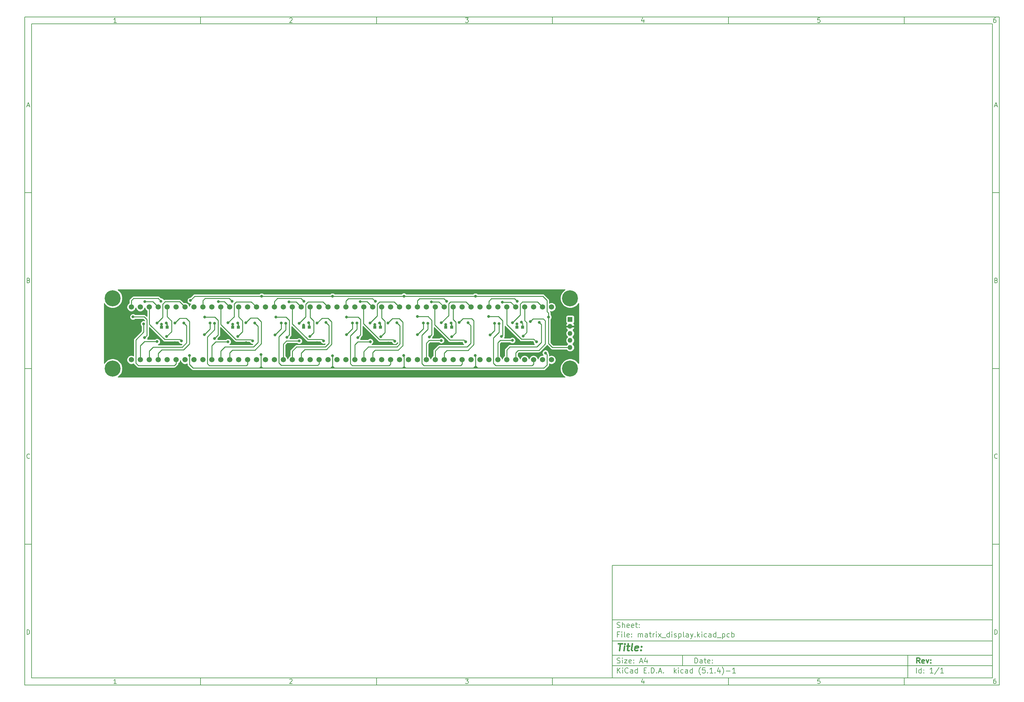
<source format=gbl>
G04 #@! TF.GenerationSoftware,KiCad,Pcbnew,(5.1.4)-1*
G04 #@! TF.CreationDate,2019-10-28T14:50:51+08:00*
G04 #@! TF.ProjectId,matrix_display,6d617472-6978-45f6-9469-73706c61792e,rev?*
G04 #@! TF.SameCoordinates,Original*
G04 #@! TF.FileFunction,Copper,L2,Bot*
G04 #@! TF.FilePolarity,Positive*
%FSLAX46Y46*%
G04 Gerber Fmt 4.6, Leading zero omitted, Abs format (unit mm)*
G04 Created by KiCad (PCBNEW (5.1.4)-1) date 2019-10-28 14:50:51*
%MOMM*%
%LPD*%
G04 APERTURE LIST*
%ADD10C,0.150000*%
%ADD11C,0.300000*%
%ADD12C,0.400000*%
%ADD13C,1.500000*%
%ADD14O,1.350000X1.350000*%
%ADD15R,1.350000X1.350000*%
%ADD16C,0.600000*%
%ADD17C,4.560000*%
%ADD18R,0.965000X0.920000*%
%ADD19C,0.800000*%
%ADD20C,0.254000*%
%ADD21C,0.500000*%
%ADD22C,0.250000*%
G04 APERTURE END LIST*
D10*
X177002200Y-166007200D02*
X177002200Y-198007200D01*
X285002200Y-198007200D01*
X285002200Y-166007200D01*
X177002200Y-166007200D01*
X10000000Y-10000000D02*
X10000000Y-200007200D01*
X287002200Y-200007200D01*
X287002200Y-10000000D01*
X10000000Y-10000000D01*
X12000000Y-12000000D02*
X12000000Y-198007200D01*
X285002200Y-198007200D01*
X285002200Y-12000000D01*
X12000000Y-12000000D01*
X60000000Y-12000000D02*
X60000000Y-10000000D01*
X110000000Y-12000000D02*
X110000000Y-10000000D01*
X160000000Y-12000000D02*
X160000000Y-10000000D01*
X210000000Y-12000000D02*
X210000000Y-10000000D01*
X260000000Y-12000000D02*
X260000000Y-10000000D01*
X36065476Y-11588095D02*
X35322619Y-11588095D01*
X35694047Y-11588095D02*
X35694047Y-10288095D01*
X35570238Y-10473809D01*
X35446428Y-10597619D01*
X35322619Y-10659523D01*
X85322619Y-10411904D02*
X85384523Y-10350000D01*
X85508333Y-10288095D01*
X85817857Y-10288095D01*
X85941666Y-10350000D01*
X86003571Y-10411904D01*
X86065476Y-10535714D01*
X86065476Y-10659523D01*
X86003571Y-10845238D01*
X85260714Y-11588095D01*
X86065476Y-11588095D01*
X135260714Y-10288095D02*
X136065476Y-10288095D01*
X135632142Y-10783333D01*
X135817857Y-10783333D01*
X135941666Y-10845238D01*
X136003571Y-10907142D01*
X136065476Y-11030952D01*
X136065476Y-11340476D01*
X136003571Y-11464285D01*
X135941666Y-11526190D01*
X135817857Y-11588095D01*
X135446428Y-11588095D01*
X135322619Y-11526190D01*
X135260714Y-11464285D01*
X185941666Y-10721428D02*
X185941666Y-11588095D01*
X185632142Y-10226190D02*
X185322619Y-11154761D01*
X186127380Y-11154761D01*
X236003571Y-10288095D02*
X235384523Y-10288095D01*
X235322619Y-10907142D01*
X235384523Y-10845238D01*
X235508333Y-10783333D01*
X235817857Y-10783333D01*
X235941666Y-10845238D01*
X236003571Y-10907142D01*
X236065476Y-11030952D01*
X236065476Y-11340476D01*
X236003571Y-11464285D01*
X235941666Y-11526190D01*
X235817857Y-11588095D01*
X235508333Y-11588095D01*
X235384523Y-11526190D01*
X235322619Y-11464285D01*
X285941666Y-10288095D02*
X285694047Y-10288095D01*
X285570238Y-10350000D01*
X285508333Y-10411904D01*
X285384523Y-10597619D01*
X285322619Y-10845238D01*
X285322619Y-11340476D01*
X285384523Y-11464285D01*
X285446428Y-11526190D01*
X285570238Y-11588095D01*
X285817857Y-11588095D01*
X285941666Y-11526190D01*
X286003571Y-11464285D01*
X286065476Y-11340476D01*
X286065476Y-11030952D01*
X286003571Y-10907142D01*
X285941666Y-10845238D01*
X285817857Y-10783333D01*
X285570238Y-10783333D01*
X285446428Y-10845238D01*
X285384523Y-10907142D01*
X285322619Y-11030952D01*
X60000000Y-198007200D02*
X60000000Y-200007200D01*
X110000000Y-198007200D02*
X110000000Y-200007200D01*
X160000000Y-198007200D02*
X160000000Y-200007200D01*
X210000000Y-198007200D02*
X210000000Y-200007200D01*
X260000000Y-198007200D02*
X260000000Y-200007200D01*
X36065476Y-199595295D02*
X35322619Y-199595295D01*
X35694047Y-199595295D02*
X35694047Y-198295295D01*
X35570238Y-198481009D01*
X35446428Y-198604819D01*
X35322619Y-198666723D01*
X85322619Y-198419104D02*
X85384523Y-198357200D01*
X85508333Y-198295295D01*
X85817857Y-198295295D01*
X85941666Y-198357200D01*
X86003571Y-198419104D01*
X86065476Y-198542914D01*
X86065476Y-198666723D01*
X86003571Y-198852438D01*
X85260714Y-199595295D01*
X86065476Y-199595295D01*
X135260714Y-198295295D02*
X136065476Y-198295295D01*
X135632142Y-198790533D01*
X135817857Y-198790533D01*
X135941666Y-198852438D01*
X136003571Y-198914342D01*
X136065476Y-199038152D01*
X136065476Y-199347676D01*
X136003571Y-199471485D01*
X135941666Y-199533390D01*
X135817857Y-199595295D01*
X135446428Y-199595295D01*
X135322619Y-199533390D01*
X135260714Y-199471485D01*
X185941666Y-198728628D02*
X185941666Y-199595295D01*
X185632142Y-198233390D02*
X185322619Y-199161961D01*
X186127380Y-199161961D01*
X236003571Y-198295295D02*
X235384523Y-198295295D01*
X235322619Y-198914342D01*
X235384523Y-198852438D01*
X235508333Y-198790533D01*
X235817857Y-198790533D01*
X235941666Y-198852438D01*
X236003571Y-198914342D01*
X236065476Y-199038152D01*
X236065476Y-199347676D01*
X236003571Y-199471485D01*
X235941666Y-199533390D01*
X235817857Y-199595295D01*
X235508333Y-199595295D01*
X235384523Y-199533390D01*
X235322619Y-199471485D01*
X285941666Y-198295295D02*
X285694047Y-198295295D01*
X285570238Y-198357200D01*
X285508333Y-198419104D01*
X285384523Y-198604819D01*
X285322619Y-198852438D01*
X285322619Y-199347676D01*
X285384523Y-199471485D01*
X285446428Y-199533390D01*
X285570238Y-199595295D01*
X285817857Y-199595295D01*
X285941666Y-199533390D01*
X286003571Y-199471485D01*
X286065476Y-199347676D01*
X286065476Y-199038152D01*
X286003571Y-198914342D01*
X285941666Y-198852438D01*
X285817857Y-198790533D01*
X285570238Y-198790533D01*
X285446428Y-198852438D01*
X285384523Y-198914342D01*
X285322619Y-199038152D01*
X10000000Y-60000000D02*
X12000000Y-60000000D01*
X10000000Y-110000000D02*
X12000000Y-110000000D01*
X10000000Y-160000000D02*
X12000000Y-160000000D01*
X10690476Y-35216666D02*
X11309523Y-35216666D01*
X10566666Y-35588095D02*
X11000000Y-34288095D01*
X11433333Y-35588095D01*
X11092857Y-84907142D02*
X11278571Y-84969047D01*
X11340476Y-85030952D01*
X11402380Y-85154761D01*
X11402380Y-85340476D01*
X11340476Y-85464285D01*
X11278571Y-85526190D01*
X11154761Y-85588095D01*
X10659523Y-85588095D01*
X10659523Y-84288095D01*
X11092857Y-84288095D01*
X11216666Y-84350000D01*
X11278571Y-84411904D01*
X11340476Y-84535714D01*
X11340476Y-84659523D01*
X11278571Y-84783333D01*
X11216666Y-84845238D01*
X11092857Y-84907142D01*
X10659523Y-84907142D01*
X11402380Y-135464285D02*
X11340476Y-135526190D01*
X11154761Y-135588095D01*
X11030952Y-135588095D01*
X10845238Y-135526190D01*
X10721428Y-135402380D01*
X10659523Y-135278571D01*
X10597619Y-135030952D01*
X10597619Y-134845238D01*
X10659523Y-134597619D01*
X10721428Y-134473809D01*
X10845238Y-134350000D01*
X11030952Y-134288095D01*
X11154761Y-134288095D01*
X11340476Y-134350000D01*
X11402380Y-134411904D01*
X10659523Y-185588095D02*
X10659523Y-184288095D01*
X10969047Y-184288095D01*
X11154761Y-184350000D01*
X11278571Y-184473809D01*
X11340476Y-184597619D01*
X11402380Y-184845238D01*
X11402380Y-185030952D01*
X11340476Y-185278571D01*
X11278571Y-185402380D01*
X11154761Y-185526190D01*
X10969047Y-185588095D01*
X10659523Y-185588095D01*
X287002200Y-60000000D02*
X285002200Y-60000000D01*
X287002200Y-110000000D02*
X285002200Y-110000000D01*
X287002200Y-160000000D02*
X285002200Y-160000000D01*
X285692676Y-35216666D02*
X286311723Y-35216666D01*
X285568866Y-35588095D02*
X286002200Y-34288095D01*
X286435533Y-35588095D01*
X286095057Y-84907142D02*
X286280771Y-84969047D01*
X286342676Y-85030952D01*
X286404580Y-85154761D01*
X286404580Y-85340476D01*
X286342676Y-85464285D01*
X286280771Y-85526190D01*
X286156961Y-85588095D01*
X285661723Y-85588095D01*
X285661723Y-84288095D01*
X286095057Y-84288095D01*
X286218866Y-84350000D01*
X286280771Y-84411904D01*
X286342676Y-84535714D01*
X286342676Y-84659523D01*
X286280771Y-84783333D01*
X286218866Y-84845238D01*
X286095057Y-84907142D01*
X285661723Y-84907142D01*
X286404580Y-135464285D02*
X286342676Y-135526190D01*
X286156961Y-135588095D01*
X286033152Y-135588095D01*
X285847438Y-135526190D01*
X285723628Y-135402380D01*
X285661723Y-135278571D01*
X285599819Y-135030952D01*
X285599819Y-134845238D01*
X285661723Y-134597619D01*
X285723628Y-134473809D01*
X285847438Y-134350000D01*
X286033152Y-134288095D01*
X286156961Y-134288095D01*
X286342676Y-134350000D01*
X286404580Y-134411904D01*
X285661723Y-185588095D02*
X285661723Y-184288095D01*
X285971247Y-184288095D01*
X286156961Y-184350000D01*
X286280771Y-184473809D01*
X286342676Y-184597619D01*
X286404580Y-184845238D01*
X286404580Y-185030952D01*
X286342676Y-185278571D01*
X286280771Y-185402380D01*
X286156961Y-185526190D01*
X285971247Y-185588095D01*
X285661723Y-185588095D01*
X200434342Y-193785771D02*
X200434342Y-192285771D01*
X200791485Y-192285771D01*
X201005771Y-192357200D01*
X201148628Y-192500057D01*
X201220057Y-192642914D01*
X201291485Y-192928628D01*
X201291485Y-193142914D01*
X201220057Y-193428628D01*
X201148628Y-193571485D01*
X201005771Y-193714342D01*
X200791485Y-193785771D01*
X200434342Y-193785771D01*
X202577200Y-193785771D02*
X202577200Y-193000057D01*
X202505771Y-192857200D01*
X202362914Y-192785771D01*
X202077200Y-192785771D01*
X201934342Y-192857200D01*
X202577200Y-193714342D02*
X202434342Y-193785771D01*
X202077200Y-193785771D01*
X201934342Y-193714342D01*
X201862914Y-193571485D01*
X201862914Y-193428628D01*
X201934342Y-193285771D01*
X202077200Y-193214342D01*
X202434342Y-193214342D01*
X202577200Y-193142914D01*
X203077200Y-192785771D02*
X203648628Y-192785771D01*
X203291485Y-192285771D02*
X203291485Y-193571485D01*
X203362914Y-193714342D01*
X203505771Y-193785771D01*
X203648628Y-193785771D01*
X204720057Y-193714342D02*
X204577200Y-193785771D01*
X204291485Y-193785771D01*
X204148628Y-193714342D01*
X204077200Y-193571485D01*
X204077200Y-193000057D01*
X204148628Y-192857200D01*
X204291485Y-192785771D01*
X204577200Y-192785771D01*
X204720057Y-192857200D01*
X204791485Y-193000057D01*
X204791485Y-193142914D01*
X204077200Y-193285771D01*
X205434342Y-193642914D02*
X205505771Y-193714342D01*
X205434342Y-193785771D01*
X205362914Y-193714342D01*
X205434342Y-193642914D01*
X205434342Y-193785771D01*
X205434342Y-192857200D02*
X205505771Y-192928628D01*
X205434342Y-193000057D01*
X205362914Y-192928628D01*
X205434342Y-192857200D01*
X205434342Y-193000057D01*
X177002200Y-194507200D02*
X285002200Y-194507200D01*
X178434342Y-196585771D02*
X178434342Y-195085771D01*
X179291485Y-196585771D02*
X178648628Y-195728628D01*
X179291485Y-195085771D02*
X178434342Y-195942914D01*
X179934342Y-196585771D02*
X179934342Y-195585771D01*
X179934342Y-195085771D02*
X179862914Y-195157200D01*
X179934342Y-195228628D01*
X180005771Y-195157200D01*
X179934342Y-195085771D01*
X179934342Y-195228628D01*
X181505771Y-196442914D02*
X181434342Y-196514342D01*
X181220057Y-196585771D01*
X181077200Y-196585771D01*
X180862914Y-196514342D01*
X180720057Y-196371485D01*
X180648628Y-196228628D01*
X180577200Y-195942914D01*
X180577200Y-195728628D01*
X180648628Y-195442914D01*
X180720057Y-195300057D01*
X180862914Y-195157200D01*
X181077200Y-195085771D01*
X181220057Y-195085771D01*
X181434342Y-195157200D01*
X181505771Y-195228628D01*
X182791485Y-196585771D02*
X182791485Y-195800057D01*
X182720057Y-195657200D01*
X182577200Y-195585771D01*
X182291485Y-195585771D01*
X182148628Y-195657200D01*
X182791485Y-196514342D02*
X182648628Y-196585771D01*
X182291485Y-196585771D01*
X182148628Y-196514342D01*
X182077200Y-196371485D01*
X182077200Y-196228628D01*
X182148628Y-196085771D01*
X182291485Y-196014342D01*
X182648628Y-196014342D01*
X182791485Y-195942914D01*
X184148628Y-196585771D02*
X184148628Y-195085771D01*
X184148628Y-196514342D02*
X184005771Y-196585771D01*
X183720057Y-196585771D01*
X183577200Y-196514342D01*
X183505771Y-196442914D01*
X183434342Y-196300057D01*
X183434342Y-195871485D01*
X183505771Y-195728628D01*
X183577200Y-195657200D01*
X183720057Y-195585771D01*
X184005771Y-195585771D01*
X184148628Y-195657200D01*
X186005771Y-195800057D02*
X186505771Y-195800057D01*
X186720057Y-196585771D02*
X186005771Y-196585771D01*
X186005771Y-195085771D01*
X186720057Y-195085771D01*
X187362914Y-196442914D02*
X187434342Y-196514342D01*
X187362914Y-196585771D01*
X187291485Y-196514342D01*
X187362914Y-196442914D01*
X187362914Y-196585771D01*
X188077200Y-196585771D02*
X188077200Y-195085771D01*
X188434342Y-195085771D01*
X188648628Y-195157200D01*
X188791485Y-195300057D01*
X188862914Y-195442914D01*
X188934342Y-195728628D01*
X188934342Y-195942914D01*
X188862914Y-196228628D01*
X188791485Y-196371485D01*
X188648628Y-196514342D01*
X188434342Y-196585771D01*
X188077200Y-196585771D01*
X189577200Y-196442914D02*
X189648628Y-196514342D01*
X189577200Y-196585771D01*
X189505771Y-196514342D01*
X189577200Y-196442914D01*
X189577200Y-196585771D01*
X190220057Y-196157200D02*
X190934342Y-196157200D01*
X190077200Y-196585771D02*
X190577200Y-195085771D01*
X191077200Y-196585771D01*
X191577200Y-196442914D02*
X191648628Y-196514342D01*
X191577200Y-196585771D01*
X191505771Y-196514342D01*
X191577200Y-196442914D01*
X191577200Y-196585771D01*
X194577200Y-196585771D02*
X194577200Y-195085771D01*
X194720057Y-196014342D02*
X195148628Y-196585771D01*
X195148628Y-195585771D02*
X194577200Y-196157200D01*
X195791485Y-196585771D02*
X195791485Y-195585771D01*
X195791485Y-195085771D02*
X195720057Y-195157200D01*
X195791485Y-195228628D01*
X195862914Y-195157200D01*
X195791485Y-195085771D01*
X195791485Y-195228628D01*
X197148628Y-196514342D02*
X197005771Y-196585771D01*
X196720057Y-196585771D01*
X196577200Y-196514342D01*
X196505771Y-196442914D01*
X196434342Y-196300057D01*
X196434342Y-195871485D01*
X196505771Y-195728628D01*
X196577200Y-195657200D01*
X196720057Y-195585771D01*
X197005771Y-195585771D01*
X197148628Y-195657200D01*
X198434342Y-196585771D02*
X198434342Y-195800057D01*
X198362914Y-195657200D01*
X198220057Y-195585771D01*
X197934342Y-195585771D01*
X197791485Y-195657200D01*
X198434342Y-196514342D02*
X198291485Y-196585771D01*
X197934342Y-196585771D01*
X197791485Y-196514342D01*
X197720057Y-196371485D01*
X197720057Y-196228628D01*
X197791485Y-196085771D01*
X197934342Y-196014342D01*
X198291485Y-196014342D01*
X198434342Y-195942914D01*
X199791485Y-196585771D02*
X199791485Y-195085771D01*
X199791485Y-196514342D02*
X199648628Y-196585771D01*
X199362914Y-196585771D01*
X199220057Y-196514342D01*
X199148628Y-196442914D01*
X199077200Y-196300057D01*
X199077200Y-195871485D01*
X199148628Y-195728628D01*
X199220057Y-195657200D01*
X199362914Y-195585771D01*
X199648628Y-195585771D01*
X199791485Y-195657200D01*
X202077200Y-197157200D02*
X202005771Y-197085771D01*
X201862914Y-196871485D01*
X201791485Y-196728628D01*
X201720057Y-196514342D01*
X201648628Y-196157200D01*
X201648628Y-195871485D01*
X201720057Y-195514342D01*
X201791485Y-195300057D01*
X201862914Y-195157200D01*
X202005771Y-194942914D01*
X202077200Y-194871485D01*
X203362914Y-195085771D02*
X202648628Y-195085771D01*
X202577200Y-195800057D01*
X202648628Y-195728628D01*
X202791485Y-195657200D01*
X203148628Y-195657200D01*
X203291485Y-195728628D01*
X203362914Y-195800057D01*
X203434342Y-195942914D01*
X203434342Y-196300057D01*
X203362914Y-196442914D01*
X203291485Y-196514342D01*
X203148628Y-196585771D01*
X202791485Y-196585771D01*
X202648628Y-196514342D01*
X202577200Y-196442914D01*
X204077200Y-196442914D02*
X204148628Y-196514342D01*
X204077200Y-196585771D01*
X204005771Y-196514342D01*
X204077200Y-196442914D01*
X204077200Y-196585771D01*
X205577200Y-196585771D02*
X204720057Y-196585771D01*
X205148628Y-196585771D02*
X205148628Y-195085771D01*
X205005771Y-195300057D01*
X204862914Y-195442914D01*
X204720057Y-195514342D01*
X206220057Y-196442914D02*
X206291485Y-196514342D01*
X206220057Y-196585771D01*
X206148628Y-196514342D01*
X206220057Y-196442914D01*
X206220057Y-196585771D01*
X207577200Y-195585771D02*
X207577200Y-196585771D01*
X207220057Y-195014342D02*
X206862914Y-196085771D01*
X207791485Y-196085771D01*
X208220057Y-197157200D02*
X208291485Y-197085771D01*
X208434342Y-196871485D01*
X208505771Y-196728628D01*
X208577200Y-196514342D01*
X208648628Y-196157200D01*
X208648628Y-195871485D01*
X208577200Y-195514342D01*
X208505771Y-195300057D01*
X208434342Y-195157200D01*
X208291485Y-194942914D01*
X208220057Y-194871485D01*
X209362914Y-196014342D02*
X210505771Y-196014342D01*
X212005771Y-196585771D02*
X211148628Y-196585771D01*
X211577200Y-196585771D02*
X211577200Y-195085771D01*
X211434342Y-195300057D01*
X211291485Y-195442914D01*
X211148628Y-195514342D01*
X177002200Y-191507200D02*
X285002200Y-191507200D01*
D11*
X264411485Y-193785771D02*
X263911485Y-193071485D01*
X263554342Y-193785771D02*
X263554342Y-192285771D01*
X264125771Y-192285771D01*
X264268628Y-192357200D01*
X264340057Y-192428628D01*
X264411485Y-192571485D01*
X264411485Y-192785771D01*
X264340057Y-192928628D01*
X264268628Y-193000057D01*
X264125771Y-193071485D01*
X263554342Y-193071485D01*
X265625771Y-193714342D02*
X265482914Y-193785771D01*
X265197200Y-193785771D01*
X265054342Y-193714342D01*
X264982914Y-193571485D01*
X264982914Y-193000057D01*
X265054342Y-192857200D01*
X265197200Y-192785771D01*
X265482914Y-192785771D01*
X265625771Y-192857200D01*
X265697200Y-193000057D01*
X265697200Y-193142914D01*
X264982914Y-193285771D01*
X266197200Y-192785771D02*
X266554342Y-193785771D01*
X266911485Y-192785771D01*
X267482914Y-193642914D02*
X267554342Y-193714342D01*
X267482914Y-193785771D01*
X267411485Y-193714342D01*
X267482914Y-193642914D01*
X267482914Y-193785771D01*
X267482914Y-192857200D02*
X267554342Y-192928628D01*
X267482914Y-193000057D01*
X267411485Y-192928628D01*
X267482914Y-192857200D01*
X267482914Y-193000057D01*
D10*
X178362914Y-193714342D02*
X178577200Y-193785771D01*
X178934342Y-193785771D01*
X179077200Y-193714342D01*
X179148628Y-193642914D01*
X179220057Y-193500057D01*
X179220057Y-193357200D01*
X179148628Y-193214342D01*
X179077200Y-193142914D01*
X178934342Y-193071485D01*
X178648628Y-193000057D01*
X178505771Y-192928628D01*
X178434342Y-192857200D01*
X178362914Y-192714342D01*
X178362914Y-192571485D01*
X178434342Y-192428628D01*
X178505771Y-192357200D01*
X178648628Y-192285771D01*
X179005771Y-192285771D01*
X179220057Y-192357200D01*
X179862914Y-193785771D02*
X179862914Y-192785771D01*
X179862914Y-192285771D02*
X179791485Y-192357200D01*
X179862914Y-192428628D01*
X179934342Y-192357200D01*
X179862914Y-192285771D01*
X179862914Y-192428628D01*
X180434342Y-192785771D02*
X181220057Y-192785771D01*
X180434342Y-193785771D01*
X181220057Y-193785771D01*
X182362914Y-193714342D02*
X182220057Y-193785771D01*
X181934342Y-193785771D01*
X181791485Y-193714342D01*
X181720057Y-193571485D01*
X181720057Y-193000057D01*
X181791485Y-192857200D01*
X181934342Y-192785771D01*
X182220057Y-192785771D01*
X182362914Y-192857200D01*
X182434342Y-193000057D01*
X182434342Y-193142914D01*
X181720057Y-193285771D01*
X183077200Y-193642914D02*
X183148628Y-193714342D01*
X183077200Y-193785771D01*
X183005771Y-193714342D01*
X183077200Y-193642914D01*
X183077200Y-193785771D01*
X183077200Y-192857200D02*
X183148628Y-192928628D01*
X183077200Y-193000057D01*
X183005771Y-192928628D01*
X183077200Y-192857200D01*
X183077200Y-193000057D01*
X184862914Y-193357200D02*
X185577200Y-193357200D01*
X184720057Y-193785771D02*
X185220057Y-192285771D01*
X185720057Y-193785771D01*
X186862914Y-192785771D02*
X186862914Y-193785771D01*
X186505771Y-192214342D02*
X186148628Y-193285771D01*
X187077200Y-193285771D01*
X263434342Y-196585771D02*
X263434342Y-195085771D01*
X264791485Y-196585771D02*
X264791485Y-195085771D01*
X264791485Y-196514342D02*
X264648628Y-196585771D01*
X264362914Y-196585771D01*
X264220057Y-196514342D01*
X264148628Y-196442914D01*
X264077200Y-196300057D01*
X264077200Y-195871485D01*
X264148628Y-195728628D01*
X264220057Y-195657200D01*
X264362914Y-195585771D01*
X264648628Y-195585771D01*
X264791485Y-195657200D01*
X265505771Y-196442914D02*
X265577200Y-196514342D01*
X265505771Y-196585771D01*
X265434342Y-196514342D01*
X265505771Y-196442914D01*
X265505771Y-196585771D01*
X265505771Y-195657200D02*
X265577200Y-195728628D01*
X265505771Y-195800057D01*
X265434342Y-195728628D01*
X265505771Y-195657200D01*
X265505771Y-195800057D01*
X268148628Y-196585771D02*
X267291485Y-196585771D01*
X267720057Y-196585771D02*
X267720057Y-195085771D01*
X267577200Y-195300057D01*
X267434342Y-195442914D01*
X267291485Y-195514342D01*
X269862914Y-195014342D02*
X268577200Y-196942914D01*
X271148628Y-196585771D02*
X270291485Y-196585771D01*
X270720057Y-196585771D02*
X270720057Y-195085771D01*
X270577200Y-195300057D01*
X270434342Y-195442914D01*
X270291485Y-195514342D01*
X177002200Y-187507200D02*
X285002200Y-187507200D01*
D12*
X178714580Y-188211961D02*
X179857438Y-188211961D01*
X179036009Y-190211961D02*
X179286009Y-188211961D01*
X180274104Y-190211961D02*
X180440771Y-188878628D01*
X180524104Y-188211961D02*
X180416961Y-188307200D01*
X180500295Y-188402438D01*
X180607438Y-188307200D01*
X180524104Y-188211961D01*
X180500295Y-188402438D01*
X181107438Y-188878628D02*
X181869342Y-188878628D01*
X181476485Y-188211961D02*
X181262200Y-189926247D01*
X181333628Y-190116723D01*
X181512200Y-190211961D01*
X181702676Y-190211961D01*
X182655057Y-190211961D02*
X182476485Y-190116723D01*
X182405057Y-189926247D01*
X182619342Y-188211961D01*
X184190771Y-190116723D02*
X183988390Y-190211961D01*
X183607438Y-190211961D01*
X183428866Y-190116723D01*
X183357438Y-189926247D01*
X183452676Y-189164342D01*
X183571723Y-188973866D01*
X183774104Y-188878628D01*
X184155057Y-188878628D01*
X184333628Y-188973866D01*
X184405057Y-189164342D01*
X184381247Y-189354819D01*
X183405057Y-189545295D01*
X185155057Y-190021485D02*
X185238390Y-190116723D01*
X185131247Y-190211961D01*
X185047914Y-190116723D01*
X185155057Y-190021485D01*
X185131247Y-190211961D01*
X185286009Y-188973866D02*
X185369342Y-189069104D01*
X185262200Y-189164342D01*
X185178866Y-189069104D01*
X185286009Y-188973866D01*
X185262200Y-189164342D01*
D10*
X178934342Y-185600057D02*
X178434342Y-185600057D01*
X178434342Y-186385771D02*
X178434342Y-184885771D01*
X179148628Y-184885771D01*
X179720057Y-186385771D02*
X179720057Y-185385771D01*
X179720057Y-184885771D02*
X179648628Y-184957200D01*
X179720057Y-185028628D01*
X179791485Y-184957200D01*
X179720057Y-184885771D01*
X179720057Y-185028628D01*
X180648628Y-186385771D02*
X180505771Y-186314342D01*
X180434342Y-186171485D01*
X180434342Y-184885771D01*
X181791485Y-186314342D02*
X181648628Y-186385771D01*
X181362914Y-186385771D01*
X181220057Y-186314342D01*
X181148628Y-186171485D01*
X181148628Y-185600057D01*
X181220057Y-185457200D01*
X181362914Y-185385771D01*
X181648628Y-185385771D01*
X181791485Y-185457200D01*
X181862914Y-185600057D01*
X181862914Y-185742914D01*
X181148628Y-185885771D01*
X182505771Y-186242914D02*
X182577200Y-186314342D01*
X182505771Y-186385771D01*
X182434342Y-186314342D01*
X182505771Y-186242914D01*
X182505771Y-186385771D01*
X182505771Y-185457200D02*
X182577200Y-185528628D01*
X182505771Y-185600057D01*
X182434342Y-185528628D01*
X182505771Y-185457200D01*
X182505771Y-185600057D01*
X184362914Y-186385771D02*
X184362914Y-185385771D01*
X184362914Y-185528628D02*
X184434342Y-185457200D01*
X184577200Y-185385771D01*
X184791485Y-185385771D01*
X184934342Y-185457200D01*
X185005771Y-185600057D01*
X185005771Y-186385771D01*
X185005771Y-185600057D02*
X185077200Y-185457200D01*
X185220057Y-185385771D01*
X185434342Y-185385771D01*
X185577200Y-185457200D01*
X185648628Y-185600057D01*
X185648628Y-186385771D01*
X187005771Y-186385771D02*
X187005771Y-185600057D01*
X186934342Y-185457200D01*
X186791485Y-185385771D01*
X186505771Y-185385771D01*
X186362914Y-185457200D01*
X187005771Y-186314342D02*
X186862914Y-186385771D01*
X186505771Y-186385771D01*
X186362914Y-186314342D01*
X186291485Y-186171485D01*
X186291485Y-186028628D01*
X186362914Y-185885771D01*
X186505771Y-185814342D01*
X186862914Y-185814342D01*
X187005771Y-185742914D01*
X187505771Y-185385771D02*
X188077200Y-185385771D01*
X187720057Y-184885771D02*
X187720057Y-186171485D01*
X187791485Y-186314342D01*
X187934342Y-186385771D01*
X188077200Y-186385771D01*
X188577200Y-186385771D02*
X188577200Y-185385771D01*
X188577200Y-185671485D02*
X188648628Y-185528628D01*
X188720057Y-185457200D01*
X188862914Y-185385771D01*
X189005771Y-185385771D01*
X189505771Y-186385771D02*
X189505771Y-185385771D01*
X189505771Y-184885771D02*
X189434342Y-184957200D01*
X189505771Y-185028628D01*
X189577200Y-184957200D01*
X189505771Y-184885771D01*
X189505771Y-185028628D01*
X190077200Y-186385771D02*
X190862914Y-185385771D01*
X190077200Y-185385771D02*
X190862914Y-186385771D01*
X191077200Y-186528628D02*
X192220057Y-186528628D01*
X193220057Y-186385771D02*
X193220057Y-184885771D01*
X193220057Y-186314342D02*
X193077200Y-186385771D01*
X192791485Y-186385771D01*
X192648628Y-186314342D01*
X192577200Y-186242914D01*
X192505771Y-186100057D01*
X192505771Y-185671485D01*
X192577200Y-185528628D01*
X192648628Y-185457200D01*
X192791485Y-185385771D01*
X193077200Y-185385771D01*
X193220057Y-185457200D01*
X193934342Y-186385771D02*
X193934342Y-185385771D01*
X193934342Y-184885771D02*
X193862914Y-184957200D01*
X193934342Y-185028628D01*
X194005771Y-184957200D01*
X193934342Y-184885771D01*
X193934342Y-185028628D01*
X194577200Y-186314342D02*
X194720057Y-186385771D01*
X195005771Y-186385771D01*
X195148628Y-186314342D01*
X195220057Y-186171485D01*
X195220057Y-186100057D01*
X195148628Y-185957200D01*
X195005771Y-185885771D01*
X194791485Y-185885771D01*
X194648628Y-185814342D01*
X194577200Y-185671485D01*
X194577200Y-185600057D01*
X194648628Y-185457200D01*
X194791485Y-185385771D01*
X195005771Y-185385771D01*
X195148628Y-185457200D01*
X195862914Y-185385771D02*
X195862914Y-186885771D01*
X195862914Y-185457200D02*
X196005771Y-185385771D01*
X196291485Y-185385771D01*
X196434342Y-185457200D01*
X196505771Y-185528628D01*
X196577200Y-185671485D01*
X196577200Y-186100057D01*
X196505771Y-186242914D01*
X196434342Y-186314342D01*
X196291485Y-186385771D01*
X196005771Y-186385771D01*
X195862914Y-186314342D01*
X197434342Y-186385771D02*
X197291485Y-186314342D01*
X197220057Y-186171485D01*
X197220057Y-184885771D01*
X198648628Y-186385771D02*
X198648628Y-185600057D01*
X198577200Y-185457200D01*
X198434342Y-185385771D01*
X198148628Y-185385771D01*
X198005771Y-185457200D01*
X198648628Y-186314342D02*
X198505771Y-186385771D01*
X198148628Y-186385771D01*
X198005771Y-186314342D01*
X197934342Y-186171485D01*
X197934342Y-186028628D01*
X198005771Y-185885771D01*
X198148628Y-185814342D01*
X198505771Y-185814342D01*
X198648628Y-185742914D01*
X199220057Y-185385771D02*
X199577200Y-186385771D01*
X199934342Y-185385771D02*
X199577200Y-186385771D01*
X199434342Y-186742914D01*
X199362914Y-186814342D01*
X199220057Y-186885771D01*
X200505771Y-186242914D02*
X200577200Y-186314342D01*
X200505771Y-186385771D01*
X200434342Y-186314342D01*
X200505771Y-186242914D01*
X200505771Y-186385771D01*
X201220057Y-186385771D02*
X201220057Y-184885771D01*
X201362914Y-185814342D02*
X201791485Y-186385771D01*
X201791485Y-185385771D02*
X201220057Y-185957200D01*
X202434342Y-186385771D02*
X202434342Y-185385771D01*
X202434342Y-184885771D02*
X202362914Y-184957200D01*
X202434342Y-185028628D01*
X202505771Y-184957200D01*
X202434342Y-184885771D01*
X202434342Y-185028628D01*
X203791485Y-186314342D02*
X203648628Y-186385771D01*
X203362914Y-186385771D01*
X203220057Y-186314342D01*
X203148628Y-186242914D01*
X203077200Y-186100057D01*
X203077200Y-185671485D01*
X203148628Y-185528628D01*
X203220057Y-185457200D01*
X203362914Y-185385771D01*
X203648628Y-185385771D01*
X203791485Y-185457200D01*
X205077200Y-186385771D02*
X205077200Y-185600057D01*
X205005771Y-185457200D01*
X204862914Y-185385771D01*
X204577200Y-185385771D01*
X204434342Y-185457200D01*
X205077200Y-186314342D02*
X204934342Y-186385771D01*
X204577200Y-186385771D01*
X204434342Y-186314342D01*
X204362914Y-186171485D01*
X204362914Y-186028628D01*
X204434342Y-185885771D01*
X204577200Y-185814342D01*
X204934342Y-185814342D01*
X205077200Y-185742914D01*
X206434342Y-186385771D02*
X206434342Y-184885771D01*
X206434342Y-186314342D02*
X206291485Y-186385771D01*
X206005771Y-186385771D01*
X205862914Y-186314342D01*
X205791485Y-186242914D01*
X205720057Y-186100057D01*
X205720057Y-185671485D01*
X205791485Y-185528628D01*
X205862914Y-185457200D01*
X206005771Y-185385771D01*
X206291485Y-185385771D01*
X206434342Y-185457200D01*
X206791485Y-186528628D02*
X207934342Y-186528628D01*
X208291485Y-185385771D02*
X208291485Y-186885771D01*
X208291485Y-185457200D02*
X208434342Y-185385771D01*
X208720057Y-185385771D01*
X208862914Y-185457200D01*
X208934342Y-185528628D01*
X209005771Y-185671485D01*
X209005771Y-186100057D01*
X208934342Y-186242914D01*
X208862914Y-186314342D01*
X208720057Y-186385771D01*
X208434342Y-186385771D01*
X208291485Y-186314342D01*
X210291485Y-186314342D02*
X210148628Y-186385771D01*
X209862914Y-186385771D01*
X209720057Y-186314342D01*
X209648628Y-186242914D01*
X209577200Y-186100057D01*
X209577200Y-185671485D01*
X209648628Y-185528628D01*
X209720057Y-185457200D01*
X209862914Y-185385771D01*
X210148628Y-185385771D01*
X210291485Y-185457200D01*
X210934342Y-186385771D02*
X210934342Y-184885771D01*
X210934342Y-185457200D02*
X211077200Y-185385771D01*
X211362914Y-185385771D01*
X211505771Y-185457200D01*
X211577200Y-185528628D01*
X211648628Y-185671485D01*
X211648628Y-186100057D01*
X211577200Y-186242914D01*
X211505771Y-186314342D01*
X211362914Y-186385771D01*
X211077200Y-186385771D01*
X210934342Y-186314342D01*
X177002200Y-181507200D02*
X285002200Y-181507200D01*
X178362914Y-183614342D02*
X178577200Y-183685771D01*
X178934342Y-183685771D01*
X179077200Y-183614342D01*
X179148628Y-183542914D01*
X179220057Y-183400057D01*
X179220057Y-183257200D01*
X179148628Y-183114342D01*
X179077200Y-183042914D01*
X178934342Y-182971485D01*
X178648628Y-182900057D01*
X178505771Y-182828628D01*
X178434342Y-182757200D01*
X178362914Y-182614342D01*
X178362914Y-182471485D01*
X178434342Y-182328628D01*
X178505771Y-182257200D01*
X178648628Y-182185771D01*
X179005771Y-182185771D01*
X179220057Y-182257200D01*
X179862914Y-183685771D02*
X179862914Y-182185771D01*
X180505771Y-183685771D02*
X180505771Y-182900057D01*
X180434342Y-182757200D01*
X180291485Y-182685771D01*
X180077200Y-182685771D01*
X179934342Y-182757200D01*
X179862914Y-182828628D01*
X181791485Y-183614342D02*
X181648628Y-183685771D01*
X181362914Y-183685771D01*
X181220057Y-183614342D01*
X181148628Y-183471485D01*
X181148628Y-182900057D01*
X181220057Y-182757200D01*
X181362914Y-182685771D01*
X181648628Y-182685771D01*
X181791485Y-182757200D01*
X181862914Y-182900057D01*
X181862914Y-183042914D01*
X181148628Y-183185771D01*
X183077200Y-183614342D02*
X182934342Y-183685771D01*
X182648628Y-183685771D01*
X182505771Y-183614342D01*
X182434342Y-183471485D01*
X182434342Y-182900057D01*
X182505771Y-182757200D01*
X182648628Y-182685771D01*
X182934342Y-182685771D01*
X183077200Y-182757200D01*
X183148628Y-182900057D01*
X183148628Y-183042914D01*
X182434342Y-183185771D01*
X183577200Y-182685771D02*
X184148628Y-182685771D01*
X183791485Y-182185771D02*
X183791485Y-183471485D01*
X183862914Y-183614342D01*
X184005771Y-183685771D01*
X184148628Y-183685771D01*
X184648628Y-183542914D02*
X184720057Y-183614342D01*
X184648628Y-183685771D01*
X184577200Y-183614342D01*
X184648628Y-183542914D01*
X184648628Y-183685771D01*
X184648628Y-182757200D02*
X184720057Y-182828628D01*
X184648628Y-182900057D01*
X184577200Y-182828628D01*
X184648628Y-182757200D01*
X184648628Y-182900057D01*
X197002200Y-191507200D02*
X197002200Y-194507200D01*
X261002200Y-191507200D02*
X261002200Y-198007200D01*
D13*
X58090000Y-107500000D03*
X55550000Y-107500000D03*
X53010000Y-107500000D03*
X50470000Y-107500000D03*
X47930000Y-107500000D03*
X45390000Y-107500000D03*
X42850000Y-107500000D03*
X40310000Y-107500000D03*
X45390000Y-92500000D03*
X42850000Y-92500000D03*
X40310000Y-92500000D03*
X55550000Y-92500000D03*
X53010000Y-92500000D03*
X47930000Y-92500000D03*
X58090000Y-92500000D03*
X50470000Y-92500000D03*
X78410000Y-107500000D03*
X75870000Y-107500000D03*
X73330000Y-107500000D03*
X70790000Y-107500000D03*
X68250000Y-107500000D03*
X65710000Y-107500000D03*
X63170000Y-107500000D03*
X60630000Y-107500000D03*
X65710000Y-92500000D03*
X63170000Y-92500000D03*
X60630000Y-92500000D03*
X75870000Y-92500000D03*
X73330000Y-92500000D03*
X68250000Y-92500000D03*
X78410000Y-92500000D03*
X70790000Y-92500000D03*
X98730000Y-107500000D03*
X96190000Y-107500000D03*
X93650000Y-107500000D03*
X91110000Y-107500000D03*
X88570000Y-107500000D03*
X86030000Y-107500000D03*
X83490000Y-107500000D03*
X80950000Y-107500000D03*
X86030000Y-92500000D03*
X83490000Y-92500000D03*
X80950000Y-92500000D03*
X96190000Y-92500000D03*
X93650000Y-92500000D03*
X88570000Y-92500000D03*
X98730000Y-92500000D03*
X91110000Y-92500000D03*
X119050000Y-107500000D03*
X116510000Y-107500000D03*
X113970000Y-107500000D03*
X111430000Y-107500000D03*
X108890000Y-107500000D03*
X106350000Y-107500000D03*
X103810000Y-107500000D03*
X101270000Y-107500000D03*
X106350000Y-92500000D03*
X103810000Y-92500000D03*
X101270000Y-92500000D03*
X116510000Y-92500000D03*
X113970000Y-92500000D03*
X108890000Y-92500000D03*
X119050000Y-92500000D03*
X111430000Y-92500000D03*
X139370000Y-107500000D03*
X136830000Y-107500000D03*
X134290000Y-107500000D03*
X131750000Y-107500000D03*
X129210000Y-107500000D03*
X126670000Y-107500000D03*
X124130000Y-107500000D03*
X121590000Y-107500000D03*
X126670000Y-92500000D03*
X124130000Y-92500000D03*
X121590000Y-92500000D03*
X136830000Y-92500000D03*
X134290000Y-92500000D03*
X129210000Y-92500000D03*
X139370000Y-92500000D03*
X131750000Y-92500000D03*
X159690000Y-107500000D03*
X157150000Y-107500000D03*
X154610000Y-107500000D03*
X152070000Y-107500000D03*
X149530000Y-107500000D03*
X146990000Y-107500000D03*
X144450000Y-107500000D03*
X141910000Y-107500000D03*
X146990000Y-92500000D03*
X144450000Y-92500000D03*
X141910000Y-92500000D03*
X157150000Y-92500000D03*
X154610000Y-92500000D03*
X149530000Y-92500000D03*
X159690000Y-92500000D03*
X152070000Y-92500000D03*
D14*
X165000000Y-104000000D03*
X165000000Y-102000000D03*
X165000000Y-100000000D03*
X165000000Y-98000000D03*
D15*
X165000000Y-96000000D03*
D16*
X166260000Y-108740000D03*
X166780000Y-110000000D03*
D17*
X165000000Y-110000000D03*
D16*
X166260000Y-111260000D03*
X165000000Y-111780000D03*
X163220000Y-110000000D03*
X163740000Y-111260000D03*
X165000000Y-108220000D03*
X163740000Y-108740000D03*
X163740000Y-88740000D03*
X165000000Y-88220000D03*
X163740000Y-91260000D03*
X163220000Y-90000000D03*
X165000000Y-91780000D03*
X166260000Y-91260000D03*
D17*
X165000000Y-90000000D03*
D16*
X166780000Y-90000000D03*
X166260000Y-88740000D03*
X33740000Y-108740000D03*
X35000000Y-108220000D03*
X33740000Y-111260000D03*
X33220000Y-110000000D03*
X35000000Y-111780000D03*
X36260000Y-111260000D03*
D17*
X35000000Y-110000000D03*
D16*
X36780000Y-110000000D03*
X36260000Y-108740000D03*
X36260000Y-88740000D03*
X36780000Y-90000000D03*
D17*
X35000000Y-90000000D03*
D16*
X36260000Y-91260000D03*
X35000000Y-91780000D03*
X33220000Y-90000000D03*
X33740000Y-91260000D03*
X35000000Y-88220000D03*
X33740000Y-88740000D03*
D18*
X151520000Y-98200000D03*
X149880000Y-98200000D03*
X129680000Y-98200000D03*
X131320000Y-98200000D03*
X111120000Y-98200000D03*
X109480000Y-98200000D03*
X50520000Y-98200000D03*
X48880000Y-98200000D03*
X89280000Y-98200000D03*
X90920000Y-98200000D03*
X69080000Y-98200000D03*
X70720000Y-98200000D03*
D19*
X153670000Y-102590000D03*
X148080000Y-100880000D03*
X147030000Y-99160000D03*
X153670000Y-102590000D03*
X148080000Y-100880000D03*
X147030000Y-99160000D03*
D13*
X42390000Y-99150000D03*
D19*
X126680000Y-99160000D03*
X127610000Y-101030000D03*
X133460000Y-102790000D03*
X106560000Y-99160000D03*
X107410000Y-101170000D03*
X113280000Y-102690000D03*
X86280000Y-99160000D03*
X86970000Y-100980000D03*
X93080000Y-102640000D03*
X66140000Y-99160000D03*
X66930000Y-101150000D03*
X72890000Y-102650000D03*
X45880000Y-99160000D03*
X46430000Y-101230000D03*
X52670000Y-102640000D03*
X149880000Y-97340000D03*
X149880000Y-97340000D03*
X129680000Y-97520000D03*
X109480000Y-97520000D03*
X89250000Y-97610000D03*
X69080000Y-97370000D03*
X48890000Y-97380000D03*
X151130000Y-96780000D03*
X151130000Y-96780000D03*
X131140000Y-97020000D03*
X97450000Y-106360000D03*
X117710000Y-106260000D03*
X138080000Y-106320000D03*
X157980000Y-105570000D03*
X77140000Y-106030000D03*
X56820000Y-106270000D03*
X57100000Y-90660000D03*
X138090000Y-89410000D03*
X117770000Y-89400000D03*
X97460000Y-89410000D03*
X77320000Y-89410000D03*
X158880000Y-95360000D03*
X90750000Y-97000000D03*
X110900000Y-97020000D03*
X70570000Y-97090000D03*
X50280000Y-97040000D03*
X145520000Y-100850000D03*
X141830000Y-95210000D03*
X145520000Y-100850000D03*
X141830000Y-95210000D03*
X148590000Y-101990000D03*
X148590000Y-101990000D03*
X151640000Y-100780000D03*
X151640000Y-100780000D03*
X155460000Y-102430000D03*
X156215000Y-96885000D03*
X156215000Y-96885000D03*
X153670000Y-96620000D03*
X153670000Y-96620000D03*
X149980000Y-90880000D03*
X149980000Y-90880000D03*
X148590000Y-96990000D03*
X148590000Y-96990000D03*
X145720000Y-91110000D03*
X145720000Y-91110000D03*
X144790000Y-97240000D03*
X144790000Y-97240000D03*
X143520000Y-97100000D03*
X142280000Y-100410000D03*
X121610000Y-100380000D03*
X123320000Y-97030000D03*
X124590000Y-97130000D03*
X125610000Y-91040000D03*
X128400000Y-97000000D03*
X129870000Y-90870000D03*
X133470000Y-96870000D03*
X136000000Y-96980000D03*
X135340000Y-102430000D03*
X131370000Y-100990000D03*
X128380000Y-102010000D03*
X121650000Y-95230000D03*
X124980000Y-101040000D03*
X101470000Y-100350000D03*
X103120000Y-97060000D03*
X104390000Y-97080000D03*
X105380000Y-90970000D03*
X108190000Y-97020000D03*
X109660000Y-90900000D03*
X113270000Y-97020000D03*
X115810000Y-96980000D03*
X115140000Y-102200000D03*
X111220000Y-100910000D03*
X108200000Y-102360000D03*
X101500000Y-95340000D03*
X104640000Y-101170000D03*
X81180000Y-100430000D03*
X82920000Y-97030000D03*
X84190000Y-97110000D03*
X85160000Y-91010000D03*
X87990000Y-97120000D03*
X89390000Y-90900000D03*
X93080000Y-97090000D03*
X95620000Y-96920000D03*
X94950000Y-102110000D03*
X91060000Y-100870000D03*
X87990000Y-102160000D03*
X84490000Y-101130000D03*
X81360000Y-95330000D03*
X61120000Y-95330000D03*
X63970000Y-101470000D03*
X67790000Y-102370000D03*
X70580000Y-100880000D03*
X74780000Y-102160000D03*
X75410000Y-97030000D03*
X72870000Y-96960000D03*
X68950000Y-90870000D03*
X67790000Y-96980000D03*
X65050000Y-90960000D03*
X63980000Y-97100000D03*
X61090000Y-100380000D03*
X62720000Y-97050000D03*
X44080000Y-101230000D03*
X40780000Y-95300000D03*
X47600000Y-102340000D03*
X50350000Y-100870000D03*
X54560000Y-102160000D03*
X55220000Y-97030000D03*
X52670000Y-97030000D03*
X48750000Y-90840000D03*
X47600000Y-97030000D03*
X44120000Y-90990000D03*
X43780000Y-97280000D03*
D20*
X150680000Y-102590000D02*
X153670000Y-102590000D01*
X148970000Y-100880000D02*
X150680000Y-102590000D01*
X148080000Y-100880000D02*
X148970000Y-100880000D01*
D21*
X148080000Y-100880000D02*
X147030000Y-99830000D01*
X147030000Y-99830000D02*
X147030000Y-99160000D01*
D20*
X150680000Y-102590000D02*
X153670000Y-102590000D01*
X148970000Y-100880000D02*
X150680000Y-102590000D01*
X148080000Y-100880000D02*
X148970000Y-100880000D01*
D21*
X148080000Y-100880000D02*
X147030000Y-99830000D01*
X147030000Y-99830000D02*
X147030000Y-99160000D01*
D20*
X126680000Y-100100000D02*
X127610000Y-101030000D01*
X126680000Y-100100000D02*
X126680000Y-99160000D01*
X127610000Y-101030000D02*
X128690000Y-101030000D01*
X130450000Y-102790000D02*
X133460000Y-102790000D01*
X128690000Y-101030000D02*
X130450000Y-102790000D01*
X106560000Y-100320000D02*
X107410000Y-101170000D01*
X106560000Y-100320000D02*
X106560000Y-99160000D01*
X107410000Y-101170000D02*
X108630000Y-101170000D01*
X110150000Y-102690000D02*
X113280000Y-102690000D01*
X108630000Y-101170000D02*
X110150000Y-102690000D01*
X86280000Y-100290000D02*
X86970000Y-100980000D01*
X86280000Y-100290000D02*
X86280000Y-99160000D01*
X86970000Y-100980000D02*
X88300000Y-100980000D01*
X89960000Y-102640000D02*
X93080000Y-102640000D01*
X88300000Y-100980000D02*
X89960000Y-102640000D01*
X66140000Y-100360000D02*
X66930000Y-101150000D01*
X66140000Y-100360000D02*
X66140000Y-99160000D01*
X66930000Y-101150000D02*
X68110000Y-101150000D01*
X72880000Y-102640000D02*
X72890000Y-102650000D01*
X69600000Y-102640000D02*
X72880000Y-102640000D01*
X68110000Y-101150000D02*
X69600000Y-102640000D01*
X45880000Y-100680000D02*
X46430000Y-101230000D01*
X45880000Y-100680000D02*
X45880000Y-99160000D01*
X46430000Y-101230000D02*
X48010000Y-101230000D01*
X49420000Y-102640000D02*
X52670000Y-102640000D01*
X48010000Y-101230000D02*
X49420000Y-102640000D01*
X149870000Y-98200000D02*
X149870000Y-97350000D01*
X149870000Y-97350000D02*
X149880000Y-97340000D01*
X149870000Y-98200000D02*
X149870000Y-97350000D01*
X149870000Y-97350000D02*
X149880000Y-97340000D01*
D11*
X129680000Y-98200000D02*
X129680000Y-97520000D01*
X109480000Y-98200000D02*
X109480000Y-97520000D01*
X89280000Y-98200000D02*
X89280000Y-97640000D01*
X89280000Y-97640000D02*
X89250000Y-97610000D01*
X69080000Y-98200000D02*
X69080000Y-97370000D01*
X48880000Y-98200000D02*
X48880000Y-97390000D01*
X48880000Y-97390000D02*
X48890000Y-97380000D01*
D20*
X151510000Y-97160000D02*
X151510000Y-98200000D01*
X151130000Y-96780000D02*
X151510000Y-97160000D01*
X151510000Y-97160000D02*
X151510000Y-98200000D01*
X151130000Y-96780000D02*
X151510000Y-97160000D01*
D11*
X131320000Y-97200000D02*
X131320000Y-98200000D01*
X131140000Y-97020000D02*
X131320000Y-97200000D01*
D22*
X157070000Y-109880000D02*
X154600000Y-109880000D01*
X154600000Y-109880000D02*
X139480000Y-109880000D01*
X139480000Y-109880000D02*
X139050000Y-109880000D01*
X138470000Y-109880000D02*
X137210000Y-109880000D01*
X137210000Y-109880000D02*
X136710000Y-109880000D01*
X136710000Y-109880000D02*
X136230000Y-109880000D01*
X136230000Y-109880000D02*
X120050000Y-109880000D01*
X120050000Y-109880000D02*
X119270000Y-109880000D01*
X119270000Y-109880000D02*
X119070000Y-109880000D01*
X119070000Y-109880000D02*
X118090000Y-109880000D01*
X118090000Y-109880000D02*
X117430000Y-109880000D01*
X117430000Y-109880000D02*
X117210000Y-109880000D01*
X117210000Y-109880000D02*
X116680000Y-109880000D01*
X116680000Y-109880000D02*
X116220000Y-109880000D01*
X116220000Y-109880000D02*
X98040000Y-109880000D01*
X98040000Y-109880000D02*
X97980000Y-109880000D01*
X97980000Y-109880000D02*
X97670000Y-109880000D01*
X97310000Y-109880000D02*
X97550000Y-109880000D01*
X97670000Y-109760000D02*
X97670000Y-109880000D01*
X97550000Y-109880000D02*
X97670000Y-109760000D01*
X97310000Y-109880000D02*
X96800000Y-109880000D01*
X96800000Y-109880000D02*
X96510000Y-109880000D01*
X96510000Y-109880000D02*
X96300000Y-109880000D01*
X96300000Y-109880000D02*
X78390000Y-109880000D01*
X78390000Y-109880000D02*
X77950000Y-109880000D01*
X77950000Y-109880000D02*
X77530000Y-109880000D01*
X77530000Y-109880000D02*
X77370000Y-109880000D01*
X77370000Y-109880000D02*
X76820000Y-109880000D01*
X76820000Y-109880000D02*
X76670000Y-109880000D01*
D20*
X97450000Y-106360000D02*
X97450000Y-109350000D01*
D22*
X97510000Y-109410000D02*
X97980000Y-109880000D01*
X96300000Y-109880000D02*
X97040000Y-109880000D01*
X97040000Y-109880000D02*
X97510000Y-109410000D01*
X96800000Y-109880000D02*
X97350000Y-109880000D01*
X97350000Y-109880000D02*
X97540000Y-109690000D01*
X98040000Y-109880000D02*
X97310000Y-109880000D01*
D20*
X117780000Y-106330000D02*
X117710000Y-106260000D01*
X117780000Y-109380000D02*
X117780000Y-106330000D01*
X117780000Y-109430000D02*
X117780000Y-109380000D01*
X117330000Y-109880000D02*
X117780000Y-109430000D01*
D22*
X117710000Y-109500000D02*
X118090000Y-109880000D01*
X117330000Y-109880000D02*
X117710000Y-109500000D01*
X116680000Y-109880000D02*
X117330000Y-109880000D01*
X117210000Y-109880000D02*
X117590000Y-109880000D01*
X117590000Y-109880000D02*
X117730000Y-109740000D01*
X137210000Y-109880000D02*
X137670000Y-109880000D01*
X137670000Y-109880000D02*
X137930000Y-109620000D01*
X137670000Y-109880000D02*
X137920000Y-109880000D01*
X137920000Y-109880000D02*
X138070000Y-109730000D01*
X157070000Y-109880000D02*
X138470000Y-109880000D01*
D20*
X154600000Y-109880000D02*
X157550000Y-109880000D01*
X158410000Y-109020000D02*
X158410000Y-107180000D01*
X157550000Y-109880000D02*
X158410000Y-109020000D01*
X158410000Y-107180000D02*
X158410000Y-106000000D01*
X158410000Y-106000000D02*
X157980000Y-105570000D01*
X136710000Y-109880000D02*
X137440000Y-109880000D01*
X137440000Y-109880000D02*
X138100000Y-109220000D01*
X139480000Y-109880000D02*
X138760000Y-109880000D01*
X138760000Y-109880000D02*
X138100000Y-109220000D01*
X139050000Y-109880000D02*
X138470000Y-109880000D01*
X138470000Y-109880000D02*
X138080000Y-109490000D01*
X138100000Y-109220000D02*
X138100000Y-106340000D01*
X138100000Y-106340000D02*
X138080000Y-106320000D01*
X136230000Y-109880000D02*
X137440000Y-109880000D01*
X137440000Y-109880000D02*
X138100000Y-109220000D01*
X116220000Y-109880000D02*
X117330000Y-109880000D01*
X119270000Y-109880000D02*
X117330000Y-109880000D01*
X117330000Y-109880000D02*
X117430000Y-109780000D01*
X117430000Y-109770000D02*
X117430000Y-109880000D01*
X117430000Y-109780000D02*
X117430000Y-109770000D01*
X120050000Y-109880000D02*
X118280000Y-109880000D01*
X118280000Y-109880000D02*
X117780000Y-109380000D01*
X119070000Y-109880000D02*
X157550000Y-109880000D01*
X157550000Y-109880000D02*
X158410000Y-109020000D01*
X77140000Y-109410000D02*
X77000000Y-109550000D01*
X77000000Y-109550000D02*
X76670000Y-109880000D01*
X77950000Y-109880000D02*
X77610000Y-109880000D01*
X77610000Y-109880000D02*
X77140000Y-109410000D01*
X76820000Y-109880000D02*
X76940000Y-109880000D01*
X76940000Y-109880000D02*
X77180000Y-109640000D01*
X77530000Y-109880000D02*
X77400000Y-109880000D01*
X77400000Y-109880000D02*
X77260000Y-109740000D01*
X77140000Y-106030000D02*
X77140000Y-109410000D01*
X77140000Y-109410000D02*
X77140000Y-109430000D01*
X77140000Y-109430000D02*
X77000000Y-109570000D01*
X77000000Y-109570000D02*
X77000000Y-109550000D01*
D22*
X76350000Y-109880000D02*
X60590000Y-109880000D01*
X76670000Y-109880000D02*
X76350000Y-109880000D01*
D20*
X60060000Y-109880000D02*
X57860000Y-109880000D01*
X57860000Y-109880000D02*
X56820000Y-108840000D01*
X56820000Y-106270000D02*
X56820000Y-108840000D01*
X56820000Y-108840000D02*
X57860000Y-109880000D01*
X97450000Y-109350000D02*
X97980000Y-109880000D01*
X96510000Y-109880000D02*
X96920000Y-109880000D01*
X96920000Y-109880000D02*
X97450000Y-109350000D01*
X60060000Y-109880000D02*
X60590000Y-109880000D01*
X77320000Y-89410000D02*
X58350000Y-89410000D01*
X58350000Y-89410000D02*
X57100000Y-90660000D01*
X157220000Y-89410000D02*
X158410000Y-90600000D01*
X158410000Y-90600000D02*
X158410000Y-93760000D01*
X155220000Y-89410000D02*
X157220000Y-89410000D01*
X138090000Y-89410000D02*
X117770000Y-89410000D01*
X117770000Y-89410000D02*
X97460000Y-89410000D01*
X97460000Y-89410000D02*
X93430000Y-89410000D01*
X117770000Y-89400000D02*
X117770000Y-89410000D01*
X117770000Y-89410000D02*
X117770000Y-89400000D01*
X117770000Y-89400000D02*
X117770000Y-89410000D01*
X158880000Y-95360000D02*
X158880000Y-100940000D01*
X158880000Y-100940000D02*
X158880000Y-102910000D01*
X158880000Y-102910000D02*
X159970000Y-104000000D01*
X159970000Y-104000000D02*
X165000000Y-104000000D01*
X158880000Y-95360000D02*
X158880000Y-94230000D01*
X158880000Y-94230000D02*
X158410000Y-93760000D01*
X138090000Y-89410000D02*
X155220000Y-89410000D01*
X93430000Y-89410000D02*
X77320000Y-89410000D01*
D11*
X90920000Y-97170000D02*
X90920000Y-98200000D01*
X90750000Y-97000000D02*
X90920000Y-97170000D01*
X111120000Y-97240000D02*
X111120000Y-98200000D01*
X110900000Y-97020000D02*
X111120000Y-97240000D01*
X70720000Y-97240000D02*
X70720000Y-98200000D01*
X70570000Y-97090000D02*
X70720000Y-97240000D01*
X50520000Y-97280000D02*
X50520000Y-98200000D01*
X50280000Y-97040000D02*
X50520000Y-97280000D01*
D20*
X145520000Y-100850000D02*
X145800000Y-100570000D01*
X141840000Y-95220000D02*
X141830000Y-95210000D01*
X144620000Y-95220000D02*
X141840000Y-95220000D01*
X145800000Y-96400000D02*
X144620000Y-95220000D01*
X145800000Y-100570000D02*
X145800000Y-96400000D01*
X145520000Y-100850000D02*
X145800000Y-100570000D01*
X141840000Y-95220000D02*
X141830000Y-95210000D01*
X144620000Y-95220000D02*
X141840000Y-95220000D01*
X145800000Y-96400000D02*
X144620000Y-95220000D01*
X145800000Y-100570000D02*
X145800000Y-96400000D01*
X148590000Y-101990000D02*
X145140000Y-101990000D01*
X144450000Y-107500000D02*
X144450000Y-102680000D01*
X144450000Y-102680000D02*
X145140000Y-101990000D01*
X152720000Y-99700000D02*
X151640000Y-100780000D01*
X152720000Y-96950000D02*
X152720000Y-99700000D01*
X152720000Y-99700000D02*
X151640000Y-100780000D01*
X152720000Y-96950000D02*
X152720000Y-99700000D01*
X152070000Y-92500000D02*
X152070000Y-96300000D01*
X152070000Y-96300000D02*
X152720000Y-96950000D01*
X154670000Y-101640000D02*
X151140000Y-101640000D01*
X155460000Y-102430000D02*
X154670000Y-101640000D01*
X146990000Y-92500000D02*
X146990000Y-97490000D01*
X146990000Y-97490000D02*
X151140000Y-101640000D01*
X147900000Y-103810000D02*
X155390000Y-103810000D01*
X156850000Y-100840000D02*
X156850000Y-102560000D01*
X155600000Y-103810000D02*
X155390000Y-103810000D01*
X156850000Y-102560000D02*
X155600000Y-103810000D01*
X156850000Y-97520000D02*
X156850000Y-100840000D01*
X156215000Y-96885000D02*
X156850000Y-97520000D01*
X147900000Y-103810000D02*
X155390000Y-103810000D01*
X156850000Y-100840000D02*
X156850000Y-102560000D01*
X155600000Y-103810000D02*
X155390000Y-103810000D01*
X156850000Y-102560000D02*
X155600000Y-103810000D01*
X156850000Y-97520000D02*
X156850000Y-100840000D01*
X156215000Y-96885000D02*
X156850000Y-97520000D01*
X146990000Y-107500000D02*
X146990000Y-104720000D01*
X146990000Y-104720000D02*
X147900000Y-103810000D01*
X157950000Y-97220000D02*
X157950000Y-103010000D01*
X150220000Y-104810000D02*
X156150000Y-104810000D01*
X156150000Y-104810000D02*
X157950000Y-103010000D01*
X153670000Y-96620000D02*
X154460000Y-95830000D01*
X157950000Y-96420000D02*
X157950000Y-97220000D01*
X157360000Y-95830000D02*
X157950000Y-96420000D01*
X154460000Y-95830000D02*
X157360000Y-95830000D01*
X157950000Y-97220000D02*
X157950000Y-103010000D01*
X150220000Y-104810000D02*
X156150000Y-104810000D01*
X156150000Y-104810000D02*
X157950000Y-103010000D01*
X153670000Y-96620000D02*
X154460000Y-95830000D01*
X157950000Y-96420000D02*
X157950000Y-97220000D01*
X157360000Y-95830000D02*
X157950000Y-96420000D01*
X154460000Y-95830000D02*
X157360000Y-95830000D01*
X149530000Y-107500000D02*
X149530000Y-105500000D01*
X149530000Y-105500000D02*
X150220000Y-104810000D01*
X149240000Y-90140000D02*
X142610000Y-90140000D01*
X149980000Y-90880000D02*
X149240000Y-90140000D01*
X149980000Y-90880000D02*
X149240000Y-90140000D01*
X141910000Y-92500000D02*
X141910000Y-90840000D01*
X141910000Y-90840000D02*
X142610000Y-90140000D01*
X148590000Y-96990000D02*
X150500000Y-95080000D01*
X153580000Y-91080000D02*
X153530000Y-91080000D01*
X148590000Y-96990000D02*
X150500000Y-95080000D01*
X153530000Y-91080000D02*
X151440000Y-91080000D01*
X150800000Y-94780000D02*
X148590000Y-96990000D01*
X150800000Y-91720000D02*
X150800000Y-94780000D01*
X151440000Y-91080000D02*
X150800000Y-91720000D01*
X153580000Y-91080000D02*
X155730000Y-91080000D01*
X155730000Y-91080000D02*
X157150000Y-92500000D01*
X149530000Y-92500000D02*
X148140000Y-91110000D01*
X148140000Y-91110000D02*
X145720000Y-91110000D01*
X144790000Y-97240000D02*
X144790000Y-99390000D01*
X152790000Y-109160000D02*
X153220000Y-109160000D01*
X153220000Y-109160000D02*
X153920000Y-109160000D01*
X144790000Y-97240000D02*
X144790000Y-99390000D01*
X152790000Y-109160000D02*
X153920000Y-109160000D01*
X153220000Y-109160000D02*
X154210000Y-109160000D01*
X154610000Y-108760000D02*
X154610000Y-107500000D01*
X154210000Y-109160000D02*
X154610000Y-108760000D01*
X146140000Y-109160000D02*
X143870000Y-109160000D01*
X144790000Y-99640000D02*
X144790000Y-99390000D01*
X143180000Y-101250000D02*
X144790000Y-99640000D01*
X143180000Y-108470000D02*
X143180000Y-101250000D01*
X143870000Y-109160000D02*
X143180000Y-108470000D01*
X146140000Y-109160000D02*
X152790000Y-109160000D01*
X143520000Y-97100000D02*
X143520000Y-99170000D01*
X143520000Y-99170000D02*
X142280000Y-100410000D01*
X123320000Y-98670000D02*
X121610000Y-100380000D01*
X123320000Y-97030000D02*
X123320000Y-98670000D01*
X124590000Y-97130000D02*
X124590000Y-98830000D01*
X124940000Y-109190000D02*
X124990000Y-109190000D01*
X134290000Y-108780000D02*
X134290000Y-107500000D01*
X133880000Y-109190000D02*
X134290000Y-108780000D01*
X124940000Y-109190000D02*
X123480000Y-109190000D01*
X122860000Y-100560000D02*
X124590000Y-98830000D01*
X122860000Y-108570000D02*
X122860000Y-100560000D01*
X123480000Y-109190000D02*
X122860000Y-108570000D01*
X124990000Y-109190000D02*
X133880000Y-109190000D01*
X125610000Y-91040000D02*
X126670000Y-91040000D01*
X126670000Y-91040000D02*
X127750000Y-91040000D01*
X127750000Y-91040000D02*
X129210000Y-92500000D01*
X131920000Y-91070000D02*
X130970000Y-91070000D01*
X130970000Y-91070000D02*
X130480000Y-91560000D01*
X130480000Y-91560000D02*
X130480000Y-94920000D01*
X130480000Y-94920000D02*
X128400000Y-97000000D01*
X134570000Y-91070000D02*
X135400000Y-91070000D01*
X135400000Y-91070000D02*
X136830000Y-92500000D01*
X131920000Y-91070000D02*
X134570000Y-91070000D01*
X129110000Y-90110000D02*
X122210000Y-90110000D01*
X129870000Y-90870000D02*
X129110000Y-90110000D01*
X121590000Y-92500000D02*
X121590000Y-90730000D01*
X121590000Y-90730000D02*
X122210000Y-90110000D01*
X134580000Y-95760000D02*
X133470000Y-96870000D01*
X137010000Y-95760000D02*
X134580000Y-95760000D01*
X137590000Y-96340000D02*
X137010000Y-95760000D01*
X137590000Y-103190000D02*
X137590000Y-96340000D01*
X135970000Y-104810000D02*
X137590000Y-103190000D01*
X130030000Y-104810000D02*
X135970000Y-104810000D01*
X129210000Y-107500000D02*
X129210000Y-105630000D01*
X129210000Y-105630000D02*
X130030000Y-104810000D01*
X136800000Y-97780000D02*
X136000000Y-96980000D01*
X136800000Y-102790000D02*
X136800000Y-97780000D01*
X135740000Y-103850000D02*
X136800000Y-102790000D01*
X127820000Y-103850000D02*
X135740000Y-103850000D01*
X126670000Y-107500000D02*
X126670000Y-105000000D01*
X126670000Y-105000000D02*
X127820000Y-103850000D01*
X126490000Y-92500000D02*
X126490000Y-97540000D01*
X130830000Y-101880000D02*
X132740000Y-101880000D01*
X126490000Y-97540000D02*
X130830000Y-101880000D01*
X132740000Y-101880000D02*
X134790000Y-101880000D01*
X134790000Y-101880000D02*
X135340000Y-102430000D01*
X132540000Y-99820000D02*
X131370000Y-100990000D01*
X132540000Y-96830000D02*
X132540000Y-99820000D01*
X131750000Y-92500000D02*
X131750000Y-96040000D01*
X131750000Y-96040000D02*
X132540000Y-96830000D01*
X128370000Y-102000000D02*
X128380000Y-102010000D01*
X124940000Y-102000000D02*
X124970000Y-102000000D01*
X124130000Y-107500000D02*
X124130000Y-102810000D01*
X124130000Y-102810000D02*
X124940000Y-102000000D01*
X124970000Y-102000000D02*
X128370000Y-102000000D01*
X128370000Y-102000000D02*
X128380000Y-102010000D01*
X124630000Y-95230000D02*
X125660000Y-96260000D01*
X125660000Y-96260000D02*
X125660000Y-100360000D01*
X125660000Y-100360000D02*
X124980000Y-101040000D01*
X123250000Y-95230000D02*
X124630000Y-95230000D01*
X121650000Y-95230000D02*
X123250000Y-95230000D01*
X103120000Y-98700000D02*
X101470000Y-100350000D01*
X103120000Y-97060000D02*
X103120000Y-98700000D01*
X113970000Y-108760000D02*
X113970000Y-107500000D01*
X113570000Y-109160000D02*
X113970000Y-108760000D01*
X104390000Y-97080000D02*
X104390000Y-98860000D01*
X104390000Y-98860000D02*
X102540000Y-100710000D01*
X102540000Y-100710000D02*
X102540000Y-108600000D01*
X102540000Y-108600000D02*
X103100000Y-109160000D01*
X103100000Y-109160000D02*
X113570000Y-109160000D01*
X107300000Y-90970000D02*
X108830000Y-92500000D01*
X105380000Y-90970000D02*
X107300000Y-90970000D01*
X116450000Y-92500000D02*
X115030000Y-91080000D01*
X110090000Y-95120000D02*
X108190000Y-97020000D01*
X115030000Y-91080000D02*
X111630000Y-91080000D01*
X111630000Y-91080000D02*
X110820000Y-91080000D01*
X110160000Y-95050000D02*
X110090000Y-95120000D01*
X110160000Y-91740000D02*
X110160000Y-95050000D01*
X110820000Y-91080000D02*
X110160000Y-91740000D01*
X108840000Y-90080000D02*
X101970000Y-90080000D01*
X109660000Y-90900000D02*
X108840000Y-90080000D01*
X101270000Y-90780000D02*
X101970000Y-90080000D01*
X101270000Y-92500000D02*
X101270000Y-90780000D01*
X114480000Y-95810000D02*
X113270000Y-97020000D01*
X116480000Y-95810000D02*
X114480000Y-95810000D01*
X117450000Y-96780000D02*
X116480000Y-95810000D01*
X117450000Y-103480000D02*
X117450000Y-96780000D01*
X116130000Y-104800000D02*
X117450000Y-103480000D01*
X109570000Y-104800000D02*
X116130000Y-104800000D01*
X108890000Y-107500000D02*
X108890000Y-105480000D01*
X108890000Y-105480000D02*
X109570000Y-104800000D01*
X116660000Y-97830000D02*
X115810000Y-96980000D01*
X116660000Y-103020000D02*
X116660000Y-97830000D01*
X115830000Y-103850000D02*
X116660000Y-103020000D01*
X107680000Y-103850000D02*
X115830000Y-103850000D01*
X106350000Y-107500000D02*
X106350000Y-105180000D01*
X106350000Y-105180000D02*
X107680000Y-103850000D01*
X106290000Y-92500000D02*
X106290000Y-95830000D01*
X106290000Y-95830000D02*
X106290000Y-97250000D01*
X106290000Y-97250000D02*
X110820000Y-101780000D01*
X110820000Y-101780000D02*
X114720000Y-101780000D01*
X114720000Y-101780000D02*
X115140000Y-102200000D01*
X112370000Y-99760000D02*
X112370000Y-96520000D01*
X111220000Y-100910000D02*
X112370000Y-99760000D01*
X111430000Y-92500000D02*
X111430000Y-95580000D01*
X111430000Y-95580000D02*
X112370000Y-96520000D01*
X104650000Y-102360000D02*
X108200000Y-102360000D01*
X103810000Y-103200000D02*
X104650000Y-102360000D01*
X103810000Y-107500000D02*
X103810000Y-103200000D01*
X101500000Y-95340000D02*
X104750000Y-95340000D01*
X104750000Y-95340000D02*
X105430000Y-96020000D01*
X105430000Y-96020000D02*
X105430000Y-100380000D01*
X105430000Y-100380000D02*
X104640000Y-101170000D01*
X82920000Y-98690000D02*
X81180000Y-100430000D01*
X82920000Y-97030000D02*
X82920000Y-98690000D01*
X82930000Y-109120000D02*
X93270000Y-109120000D01*
X84190000Y-97110000D02*
X84190000Y-97860000D01*
X93650000Y-107500000D02*
X93650000Y-108740000D01*
X93650000Y-108740000D02*
X93270000Y-109120000D01*
X84190000Y-97860000D02*
X84190000Y-99010000D01*
X84190000Y-99010000D02*
X82220000Y-100980000D01*
X82220000Y-100980000D02*
X82220000Y-108410000D01*
X82220000Y-108410000D02*
X82930000Y-109120000D01*
X87140000Y-91010000D02*
X88630000Y-92500000D01*
X85160000Y-91010000D02*
X87140000Y-91010000D01*
X93190000Y-91070000D02*
X93140000Y-91070000D01*
X93190000Y-91070000D02*
X93890000Y-91070000D01*
X94760000Y-91070000D02*
X96190000Y-92500000D01*
X93140000Y-91070000D02*
X91240000Y-91070000D01*
X91240000Y-91070000D02*
X90520000Y-91070000D01*
X90520000Y-91070000D02*
X89840000Y-91750000D01*
X89840000Y-91750000D02*
X89840000Y-95270000D01*
X89840000Y-95270000D02*
X87990000Y-97120000D01*
X93890000Y-91070000D02*
X94760000Y-91070000D01*
X94760000Y-91070000D02*
X96190000Y-92500000D01*
X88540000Y-90050000D02*
X81850000Y-90050000D01*
X89390000Y-90900000D02*
X88540000Y-90050000D01*
X80950000Y-92500000D02*
X80950000Y-90950000D01*
X80950000Y-90950000D02*
X81850000Y-90050000D01*
X94500000Y-95670000D02*
X93080000Y-97090000D01*
X96220000Y-95670000D02*
X94500000Y-95670000D01*
X97230000Y-96680000D02*
X96220000Y-95670000D01*
X97230000Y-103090000D02*
X97230000Y-96680000D01*
X95760000Y-104560000D02*
X97230000Y-103090000D01*
X89590000Y-104560000D02*
X95760000Y-104560000D01*
X88570000Y-107500000D02*
X88570000Y-105580000D01*
X88570000Y-105580000D02*
X89590000Y-104560000D01*
X96470000Y-97770000D02*
X95620000Y-96920000D01*
X96470000Y-102820000D02*
X96470000Y-97770000D01*
X95450000Y-103840000D02*
X96470000Y-102820000D01*
X87270000Y-103840000D02*
X95450000Y-103840000D01*
X86030000Y-107500000D02*
X86030000Y-105080000D01*
X86030000Y-105080000D02*
X87270000Y-103840000D01*
X86090000Y-92500000D02*
X86090000Y-97320000D01*
X86090000Y-97320000D02*
X90270000Y-101500000D01*
X94950000Y-102110000D02*
X94530000Y-101690000D01*
X90460000Y-101690000D02*
X90270000Y-101500000D01*
X94530000Y-101690000D02*
X90460000Y-101690000D01*
X92140000Y-99790000D02*
X92140000Y-96480000D01*
X91060000Y-100870000D02*
X92140000Y-99790000D01*
X91110000Y-92500000D02*
X91110000Y-95450000D01*
X91110000Y-95450000D02*
X92140000Y-96480000D01*
X84380000Y-102160000D02*
X87990000Y-102160000D01*
X83490000Y-107500000D02*
X83490000Y-103050000D01*
X83490000Y-103050000D02*
X84380000Y-102160000D01*
X85220000Y-100400000D02*
X84490000Y-101130000D01*
X85220000Y-96280000D02*
X85220000Y-100400000D01*
X84270000Y-95330000D02*
X85220000Y-96280000D01*
X81360000Y-95330000D02*
X84270000Y-95330000D01*
X61120000Y-95330000D02*
X62480000Y-95330000D01*
X62480000Y-95330000D02*
X64000000Y-95330000D01*
X64970000Y-100470000D02*
X63970000Y-101470000D01*
X64970000Y-96300000D02*
X64970000Y-100470000D01*
X64000000Y-95330000D02*
X64970000Y-96300000D01*
X67780000Y-102360000D02*
X67790000Y-102370000D01*
X64260000Y-102360000D02*
X67780000Y-102360000D01*
X63170000Y-107500000D02*
X63170000Y-103450000D01*
X63170000Y-103450000D02*
X64260000Y-102360000D01*
X71940000Y-99520000D02*
X71940000Y-96440000D01*
X70580000Y-100880000D02*
X71940000Y-99520000D01*
X70790000Y-92500000D02*
X70790000Y-95290000D01*
X70790000Y-95290000D02*
X71940000Y-96440000D01*
X74780000Y-102160000D02*
X74390000Y-101770000D01*
X70050000Y-101770000D02*
X65890000Y-97610000D01*
X74390000Y-101770000D02*
X70050000Y-101770000D01*
X65710000Y-92500000D02*
X65710000Y-97430000D01*
X65710000Y-97430000D02*
X65890000Y-97610000D01*
X76340000Y-97960000D02*
X75410000Y-97030000D01*
X76340000Y-102530000D02*
X76340000Y-97960000D01*
X75020000Y-103850000D02*
X76340000Y-102530000D01*
X67090000Y-103850000D02*
X75020000Y-103850000D01*
X65710000Y-107500000D02*
X65710000Y-105020000D01*
X66880000Y-103850000D02*
X67090000Y-103850000D01*
X65710000Y-105020000D02*
X66880000Y-103850000D01*
X74180000Y-95650000D02*
X72870000Y-96960000D01*
X76140000Y-95650000D02*
X74180000Y-95650000D01*
X77230000Y-96740000D02*
X76140000Y-95650000D01*
X77230000Y-102930000D02*
X77230000Y-96740000D01*
X75430000Y-104730000D02*
X77230000Y-102930000D01*
X69420000Y-104730000D02*
X75430000Y-104730000D01*
X68250000Y-107500000D02*
X68250000Y-105500000D01*
X69020000Y-104730000D02*
X69420000Y-104730000D01*
X68250000Y-105500000D02*
X69020000Y-104730000D01*
X62810000Y-90050000D02*
X61450000Y-90050000D01*
X60630000Y-92500000D02*
X60630000Y-90700000D01*
X61280000Y-90050000D02*
X61450000Y-90050000D01*
X60630000Y-90700000D02*
X61280000Y-90050000D01*
X67010000Y-90050000D02*
X68130000Y-90050000D01*
X68130000Y-90050000D02*
X68950000Y-90870000D01*
X67010000Y-90050000D02*
X62810000Y-90050000D01*
X71370000Y-91040000D02*
X71350000Y-91040000D01*
X71350000Y-91040000D02*
X70120000Y-91040000D01*
X69520000Y-95250000D02*
X67790000Y-96980000D01*
X69520000Y-91640000D02*
X69520000Y-95250000D01*
X70120000Y-91040000D02*
X69520000Y-91640000D01*
X73380000Y-91040000D02*
X74410000Y-91040000D01*
X74410000Y-91040000D02*
X75870000Y-92500000D01*
X71370000Y-91040000D02*
X73380000Y-91040000D01*
X65050000Y-90960000D02*
X66000000Y-90960000D01*
X66000000Y-90960000D02*
X66710000Y-90960000D01*
X66710000Y-90960000D02*
X68250000Y-92500000D01*
X62640000Y-109140000D02*
X72770000Y-109140000D01*
X63980000Y-97100000D02*
X63980000Y-98110000D01*
X73330000Y-107500000D02*
X73330000Y-108800000D01*
X72990000Y-109140000D02*
X72770000Y-109140000D01*
X73330000Y-108800000D02*
X72990000Y-109140000D01*
X63980000Y-98110000D02*
X63980000Y-98940000D01*
X63980000Y-98940000D02*
X61900000Y-101020000D01*
X61900000Y-101020000D02*
X61900000Y-108600000D01*
X61900000Y-108600000D02*
X62440000Y-109140000D01*
X62440000Y-109140000D02*
X62640000Y-109140000D01*
X62720000Y-98750000D02*
X61090000Y-100380000D01*
X62720000Y-97050000D02*
X62720000Y-98750000D01*
X40780000Y-95300000D02*
X43100000Y-95300000D01*
X43100000Y-95300000D02*
X43940000Y-95300000D01*
X44720000Y-100590000D02*
X44080000Y-101230000D01*
X44720000Y-96080000D02*
X44720000Y-100590000D01*
X43940000Y-95300000D02*
X44720000Y-96080000D01*
X47590000Y-102330000D02*
X47600000Y-102340000D01*
X44480000Y-102330000D02*
X47590000Y-102330000D01*
X42850000Y-107500000D02*
X42850000Y-103500000D01*
X44020000Y-102330000D02*
X44480000Y-102330000D01*
X42850000Y-103500000D02*
X44020000Y-102330000D01*
X51750000Y-96490000D02*
X50770000Y-95510000D01*
X51750000Y-99470000D02*
X51750000Y-96490000D01*
X50350000Y-100870000D02*
X51750000Y-99470000D01*
X50470000Y-92500000D02*
X50470000Y-95210000D01*
X50470000Y-95210000D02*
X50770000Y-95510000D01*
X54560000Y-102160000D02*
X54140000Y-101740000D01*
X49790000Y-101740000D02*
X45690000Y-97640000D01*
X54140000Y-101740000D02*
X49790000Y-101740000D01*
X45390000Y-92500000D02*
X45390000Y-97340000D01*
X45390000Y-97340000D02*
X45690000Y-97640000D01*
X56030000Y-97840000D02*
X55220000Y-97030000D01*
X56030000Y-102660000D02*
X56030000Y-97840000D01*
X54810000Y-103880000D02*
X56030000Y-102660000D01*
X46960000Y-103880000D02*
X54810000Y-103880000D01*
X45390000Y-107500000D02*
X45390000Y-105040000D01*
X46550000Y-103880000D02*
X46960000Y-103880000D01*
X45390000Y-105040000D02*
X46550000Y-103880000D01*
X54040000Y-95660000D02*
X52670000Y-97030000D01*
X55900000Y-95660000D02*
X54040000Y-95660000D01*
X56860000Y-96620000D02*
X55900000Y-95660000D01*
X56860000Y-102990000D02*
X56860000Y-96620000D01*
X55160000Y-104690000D02*
X56860000Y-102990000D01*
X49310000Y-104690000D02*
X55160000Y-104690000D01*
X47930000Y-107500000D02*
X47930000Y-105690000D01*
X48930000Y-104690000D02*
X49310000Y-104690000D01*
X47930000Y-105690000D02*
X48930000Y-104690000D01*
X46860000Y-90050000D02*
X47960000Y-90050000D01*
X47960000Y-90050000D02*
X48750000Y-90840000D01*
X41340000Y-90050000D02*
X46860000Y-90050000D01*
X40310000Y-92500000D02*
X40310000Y-90700000D01*
X40960000Y-90050000D02*
X41340000Y-90050000D01*
X40310000Y-90700000D02*
X40960000Y-90050000D01*
X54030000Y-90980000D02*
X55550000Y-92500000D01*
X52210000Y-90980000D02*
X52230000Y-90980000D01*
X52210000Y-90980000D02*
X50830000Y-90980000D01*
X49200000Y-91930000D02*
X49200000Y-95430000D01*
X49200000Y-95430000D02*
X47600000Y-97030000D01*
X52230000Y-90980000D02*
X52760000Y-90980000D01*
X50830000Y-90980000D02*
X49930000Y-90980000D01*
X49200000Y-91710000D02*
X49200000Y-91930000D01*
X49930000Y-90980000D02*
X49200000Y-91710000D01*
X52760000Y-90980000D02*
X54030000Y-90980000D01*
X54030000Y-90980000D02*
X55550000Y-92500000D01*
X45570000Y-90990000D02*
X46420000Y-90990000D01*
X46420000Y-90990000D02*
X47930000Y-92500000D01*
X44120000Y-90990000D02*
X45570000Y-90990000D01*
X42500000Y-109130000D02*
X51110000Y-109130000D01*
X43780000Y-97280000D02*
X43780000Y-98500000D01*
X51110000Y-109130000D02*
X52560000Y-109130000D01*
X53010000Y-108680000D02*
X53010000Y-107500000D01*
X52560000Y-109130000D02*
X53010000Y-108680000D01*
X43780000Y-98500000D02*
X43780000Y-99630000D01*
X43780000Y-99630000D02*
X41570000Y-101840000D01*
X41570000Y-101840000D02*
X41570000Y-108430000D01*
X41570000Y-108430000D02*
X42270000Y-109130000D01*
X42270000Y-109130000D02*
X42500000Y-109130000D01*
G36*
X163197892Y-87804125D02*
G01*
X162804125Y-88197892D01*
X162494745Y-88660913D01*
X162281640Y-89175394D01*
X162173000Y-89721565D01*
X162173000Y-90278435D01*
X162281640Y-90824606D01*
X162494745Y-91339087D01*
X162804125Y-91802108D01*
X163197892Y-92195875D01*
X163660913Y-92505255D01*
X164175394Y-92718360D01*
X164721565Y-92827000D01*
X165278435Y-92827000D01*
X165824606Y-92718360D01*
X166339087Y-92505255D01*
X166802108Y-92195875D01*
X167195875Y-91802108D01*
X167403000Y-91492123D01*
X167403001Y-108507879D01*
X167195875Y-108197892D01*
X166802108Y-107804125D01*
X166339087Y-107494745D01*
X165824606Y-107281640D01*
X165278435Y-107173000D01*
X164721565Y-107173000D01*
X164175394Y-107281640D01*
X163660913Y-107494745D01*
X163197892Y-107804125D01*
X162804125Y-108197892D01*
X162494745Y-108660913D01*
X162281640Y-109175394D01*
X162173000Y-109721565D01*
X162173000Y-110278435D01*
X162281640Y-110824606D01*
X162494745Y-111339087D01*
X162804125Y-111802108D01*
X163197892Y-112195875D01*
X163507877Y-112403000D01*
X36492123Y-112403000D01*
X36802108Y-112195875D01*
X37195875Y-111802108D01*
X37505255Y-111339087D01*
X37718360Y-110824606D01*
X37827000Y-110278435D01*
X37827000Y-109721565D01*
X37718360Y-109175394D01*
X37505255Y-108660913D01*
X37195875Y-108197892D01*
X36802108Y-107804125D01*
X36339087Y-107494745D01*
X35824606Y-107281640D01*
X35278435Y-107173000D01*
X34721565Y-107173000D01*
X34175394Y-107281640D01*
X33660913Y-107494745D01*
X33197892Y-107804125D01*
X32804125Y-108197892D01*
X32597000Y-108507877D01*
X32597000Y-91492123D01*
X32804125Y-91802108D01*
X33197892Y-92195875D01*
X33660913Y-92505255D01*
X34175394Y-92718360D01*
X34721565Y-92827000D01*
X35278435Y-92827000D01*
X35824606Y-92718360D01*
X36339087Y-92505255D01*
X36538133Y-92372257D01*
X39013000Y-92372257D01*
X39013000Y-92627743D01*
X39062843Y-92878321D01*
X39160613Y-93114360D01*
X39302554Y-93326790D01*
X39483210Y-93507446D01*
X39695640Y-93649387D01*
X39931679Y-93747157D01*
X40182257Y-93797000D01*
X40437743Y-93797000D01*
X40688321Y-93747157D01*
X40924360Y-93649387D01*
X41136790Y-93507446D01*
X41317446Y-93326790D01*
X41459387Y-93114360D01*
X41557157Y-92878321D01*
X41580000Y-92763481D01*
X41602843Y-92878321D01*
X41700613Y-93114360D01*
X41842554Y-93326790D01*
X42023210Y-93507446D01*
X42235640Y-93649387D01*
X42471679Y-93747157D01*
X42722257Y-93797000D01*
X42977743Y-93797000D01*
X43228321Y-93747157D01*
X43464360Y-93649387D01*
X43676790Y-93507446D01*
X43857446Y-93326790D01*
X43999387Y-93114360D01*
X44097157Y-92878321D01*
X44120000Y-92763481D01*
X44142843Y-92878321D01*
X44240613Y-93114360D01*
X44382554Y-93326790D01*
X44563210Y-93507446D01*
X44716000Y-93609537D01*
X44716001Y-95122821D01*
X44440007Y-94846828D01*
X44418896Y-94821104D01*
X44316266Y-94736878D01*
X44199177Y-94674292D01*
X44072127Y-94635752D01*
X43973110Y-94626000D01*
X43973108Y-94626000D01*
X43940000Y-94622739D01*
X43906892Y-94626000D01*
X41445260Y-94626000D01*
X41383677Y-94564417D01*
X41228573Y-94460780D01*
X41056230Y-94389393D01*
X40873271Y-94353000D01*
X40686729Y-94353000D01*
X40503770Y-94389393D01*
X40331427Y-94460780D01*
X40176323Y-94564417D01*
X40044417Y-94696323D01*
X39940780Y-94851427D01*
X39869393Y-95023770D01*
X39833000Y-95206729D01*
X39833000Y-95393271D01*
X39869393Y-95576230D01*
X39940780Y-95748573D01*
X40044417Y-95903677D01*
X40176323Y-96035583D01*
X40331427Y-96139220D01*
X40503770Y-96210607D01*
X40686729Y-96247000D01*
X40873271Y-96247000D01*
X41056230Y-96210607D01*
X41228573Y-96139220D01*
X41383677Y-96035583D01*
X41445260Y-95974000D01*
X43660821Y-95974000D01*
X44046000Y-96359180D01*
X44046000Y-96367358D01*
X43873271Y-96333000D01*
X43686729Y-96333000D01*
X43503770Y-96369393D01*
X43331427Y-96440780D01*
X43176323Y-96544417D01*
X43044417Y-96676323D01*
X42940780Y-96831427D01*
X42869393Y-97003770D01*
X42833000Y-97186729D01*
X42833000Y-97373271D01*
X42869393Y-97556230D01*
X42940780Y-97728573D01*
X43044417Y-97883677D01*
X43106001Y-97945261D01*
X43106001Y-98466881D01*
X43106000Y-98466891D01*
X43106001Y-99350819D01*
X41116824Y-101339997D01*
X41091104Y-101361105D01*
X41068067Y-101389176D01*
X41006878Y-101463734D01*
X40945495Y-101578573D01*
X40944292Y-101580824D01*
X40905752Y-101707874D01*
X40896986Y-101796878D01*
X40892739Y-101840000D01*
X40896000Y-101873108D01*
X40896001Y-106338866D01*
X40688321Y-106252843D01*
X40437743Y-106203000D01*
X40182257Y-106203000D01*
X39931679Y-106252843D01*
X39695640Y-106350613D01*
X39483210Y-106492554D01*
X39302554Y-106673210D01*
X39160613Y-106885640D01*
X39062843Y-107121679D01*
X39013000Y-107372257D01*
X39013000Y-107627743D01*
X39062843Y-107878321D01*
X39160613Y-108114360D01*
X39302554Y-108326790D01*
X39483210Y-108507446D01*
X39695640Y-108649387D01*
X39931679Y-108747157D01*
X40182257Y-108797000D01*
X40437743Y-108797000D01*
X40688321Y-108747157D01*
X40924360Y-108649387D01*
X40930897Y-108645019D01*
X40944292Y-108689176D01*
X41006878Y-108806266D01*
X41061736Y-108873110D01*
X41091105Y-108908896D01*
X41116823Y-108930003D01*
X41769997Y-109583177D01*
X41791104Y-109608896D01*
X41893734Y-109693122D01*
X42010823Y-109755708D01*
X42137873Y-109794248D01*
X42236890Y-109804000D01*
X42236899Y-109804000D01*
X42269999Y-109807260D01*
X42303099Y-109804000D01*
X52526892Y-109804000D01*
X52560000Y-109807261D01*
X52593108Y-109804000D01*
X52593110Y-109804000D01*
X52692127Y-109794248D01*
X52819177Y-109755708D01*
X52936266Y-109693122D01*
X53038896Y-109608896D01*
X53060007Y-109583172D01*
X53463176Y-109180003D01*
X53488895Y-109158896D01*
X53532510Y-109105752D01*
X53573122Y-109056267D01*
X53635708Y-108939177D01*
X53640223Y-108924292D01*
X53674248Y-108812127D01*
X53684000Y-108713110D01*
X53684000Y-108713109D01*
X53687261Y-108680001D01*
X53684000Y-108646893D01*
X53684000Y-108609537D01*
X53836790Y-108507446D01*
X54017446Y-108326790D01*
X54159387Y-108114360D01*
X54257157Y-107878321D01*
X54280000Y-107763481D01*
X54302843Y-107878321D01*
X54400613Y-108114360D01*
X54542554Y-108326790D01*
X54723210Y-108507446D01*
X54935640Y-108649387D01*
X55171679Y-108747157D01*
X55422257Y-108797000D01*
X55677743Y-108797000D01*
X55928321Y-108747157D01*
X56146001Y-108656992D01*
X56146001Y-108806882D01*
X56142739Y-108840000D01*
X56155753Y-108972127D01*
X56194292Y-109099176D01*
X56256878Y-109216266D01*
X56309127Y-109279931D01*
X56341105Y-109318896D01*
X56366824Y-109340003D01*
X57359997Y-110333177D01*
X57381104Y-110358896D01*
X57406822Y-110380002D01*
X57483733Y-110443122D01*
X57597347Y-110503850D01*
X57600823Y-110505708D01*
X57727873Y-110544248D01*
X57826890Y-110554000D01*
X57826891Y-110554000D01*
X57859999Y-110557261D01*
X57893107Y-110554000D01*
X60623110Y-110554000D01*
X60643417Y-110552000D01*
X76616587Y-110552000D01*
X76670000Y-110557261D01*
X76723413Y-110552000D01*
X76766583Y-110552000D01*
X76786890Y-110554000D01*
X76906892Y-110554000D01*
X76940000Y-110557261D01*
X76973108Y-110554000D01*
X76973110Y-110554000D01*
X76993417Y-110552000D01*
X77346583Y-110552000D01*
X77366890Y-110554000D01*
X77366892Y-110554000D01*
X77400000Y-110557261D01*
X77433108Y-110554000D01*
X77563110Y-110554000D01*
X77570000Y-110553321D01*
X77576890Y-110554000D01*
X77576899Y-110554000D01*
X77609999Y-110557260D01*
X77643099Y-110554000D01*
X77983110Y-110554000D01*
X78003417Y-110552000D01*
X96456583Y-110552000D01*
X96476890Y-110554000D01*
X96886892Y-110554000D01*
X96920000Y-110557261D01*
X96953108Y-110554000D01*
X96953110Y-110554000D01*
X96973417Y-110552000D01*
X97006993Y-110552000D01*
X97040000Y-110555251D01*
X97073007Y-110552000D01*
X97316993Y-110552000D01*
X97350000Y-110555251D01*
X97383007Y-110552000D01*
X97516993Y-110552000D01*
X97550000Y-110555251D01*
X97583007Y-110552000D01*
X97636993Y-110552000D01*
X97670000Y-110555251D01*
X97703007Y-110552000D01*
X97926586Y-110552000D01*
X97979999Y-110557261D01*
X98033413Y-110552000D01*
X116166583Y-110552000D01*
X116186890Y-110554000D01*
X117296892Y-110554000D01*
X117330000Y-110557261D01*
X117363108Y-110554000D01*
X117396890Y-110554000D01*
X117430000Y-110557261D01*
X117463110Y-110554000D01*
X117577299Y-110554000D01*
X117590000Y-110555251D01*
X117602701Y-110554000D01*
X118077298Y-110554000D01*
X118089999Y-110555251D01*
X118102700Y-110554000D01*
X118246892Y-110554000D01*
X118280000Y-110557261D01*
X118313108Y-110554000D01*
X137406892Y-110554000D01*
X137440000Y-110557261D01*
X137473108Y-110554000D01*
X137657299Y-110554000D01*
X137670000Y-110555251D01*
X137682701Y-110554000D01*
X137907299Y-110554000D01*
X137920000Y-110555251D01*
X137932701Y-110554000D01*
X138436891Y-110554000D01*
X138469999Y-110557261D01*
X138503107Y-110554000D01*
X138726892Y-110554000D01*
X138760000Y-110557261D01*
X138793108Y-110554000D01*
X157516892Y-110554000D01*
X157550000Y-110557261D01*
X157583108Y-110554000D01*
X157583110Y-110554000D01*
X157682127Y-110544248D01*
X157809177Y-110505708D01*
X157926266Y-110443122D01*
X158028896Y-110358896D01*
X158050007Y-110333172D01*
X158863181Y-109519999D01*
X158888895Y-109498896D01*
X158909999Y-109473181D01*
X158910002Y-109473178D01*
X158973122Y-109396267D01*
X159035708Y-109279177D01*
X159040237Y-109264248D01*
X159074248Y-109152127D01*
X159084000Y-109053110D01*
X159084000Y-109053108D01*
X159087261Y-109020000D01*
X159084000Y-108986892D01*
X159084000Y-108652850D01*
X159311679Y-108747157D01*
X159562257Y-108797000D01*
X159817743Y-108797000D01*
X160068321Y-108747157D01*
X160304360Y-108649387D01*
X160516790Y-108507446D01*
X160697446Y-108326790D01*
X160839387Y-108114360D01*
X160937157Y-107878321D01*
X160987000Y-107627743D01*
X160987000Y-107372257D01*
X160937157Y-107121679D01*
X160839387Y-106885640D01*
X160697446Y-106673210D01*
X160516790Y-106492554D01*
X160304360Y-106350613D01*
X160068321Y-106252843D01*
X159817743Y-106203000D01*
X159562257Y-106203000D01*
X159311679Y-106252843D01*
X159084000Y-106347150D01*
X159084000Y-106033108D01*
X159087261Y-106000000D01*
X159083689Y-105963734D01*
X159074248Y-105867873D01*
X159035708Y-105740823D01*
X159017564Y-105706878D01*
X158973122Y-105623733D01*
X158939478Y-105582739D01*
X158927000Y-105567534D01*
X158927000Y-105476729D01*
X158890607Y-105293770D01*
X158819220Y-105121427D01*
X158715583Y-104966323D01*
X158583677Y-104834417D01*
X158428573Y-104730780D01*
X158256230Y-104659393D01*
X158073271Y-104623000D01*
X157886729Y-104623000D01*
X157703770Y-104659393D01*
X157531427Y-104730780D01*
X157376323Y-104834417D01*
X157244417Y-104966323D01*
X157140780Y-105121427D01*
X157069393Y-105293770D01*
X157033000Y-105476729D01*
X157033000Y-105663271D01*
X157069393Y-105846230D01*
X157140780Y-106018573D01*
X157244417Y-106173677D01*
X157273740Y-106203000D01*
X157022257Y-106203000D01*
X156771679Y-106252843D01*
X156535640Y-106350613D01*
X156323210Y-106492554D01*
X156142554Y-106673210D01*
X156000613Y-106885640D01*
X155902843Y-107121679D01*
X155880000Y-107236519D01*
X155857157Y-107121679D01*
X155759387Y-106885640D01*
X155617446Y-106673210D01*
X155436790Y-106492554D01*
X155224360Y-106350613D01*
X154988321Y-106252843D01*
X154737743Y-106203000D01*
X154482257Y-106203000D01*
X154231679Y-106252843D01*
X153995640Y-106350613D01*
X153783210Y-106492554D01*
X153602554Y-106673210D01*
X153460613Y-106885640D01*
X153362843Y-107121679D01*
X153340000Y-107236519D01*
X153317157Y-107121679D01*
X153219387Y-106885640D01*
X153077446Y-106673210D01*
X152896790Y-106492554D01*
X152684360Y-106350613D01*
X152448321Y-106252843D01*
X152197743Y-106203000D01*
X151942257Y-106203000D01*
X151691679Y-106252843D01*
X151455640Y-106350613D01*
X151243210Y-106492554D01*
X151062554Y-106673210D01*
X150920613Y-106885640D01*
X150822843Y-107121679D01*
X150800000Y-107236519D01*
X150777157Y-107121679D01*
X150679387Y-106885640D01*
X150537446Y-106673210D01*
X150356790Y-106492554D01*
X150204000Y-106390463D01*
X150204000Y-105779179D01*
X150499180Y-105484000D01*
X156116892Y-105484000D01*
X156150000Y-105487261D01*
X156183108Y-105484000D01*
X156183110Y-105484000D01*
X156282127Y-105474248D01*
X156409177Y-105435708D01*
X156526266Y-105373122D01*
X156628896Y-105288896D01*
X156650007Y-105263172D01*
X158403172Y-103510007D01*
X158428896Y-103488896D01*
X158463523Y-103446702D01*
X159469997Y-104453177D01*
X159491104Y-104478896D01*
X159516822Y-104500002D01*
X159593733Y-104563122D01*
X159694303Y-104616878D01*
X159710823Y-104625708D01*
X159837873Y-104664248D01*
X159936890Y-104674000D01*
X159936892Y-104674000D01*
X159970000Y-104677261D01*
X160003108Y-104674000D01*
X163974650Y-104674000D01*
X163979028Y-104682191D01*
X164131735Y-104868265D01*
X164317809Y-105020972D01*
X164530098Y-105134443D01*
X164760446Y-105204318D01*
X164939974Y-105222000D01*
X165060026Y-105222000D01*
X165239554Y-105204318D01*
X165469902Y-105134443D01*
X165682191Y-105020972D01*
X165868265Y-104868265D01*
X166020972Y-104682191D01*
X166134443Y-104469902D01*
X166204318Y-104239554D01*
X166227912Y-104000000D01*
X166204318Y-103760446D01*
X166134443Y-103530098D01*
X166020972Y-103317809D01*
X165868265Y-103131735D01*
X165707745Y-103000000D01*
X165868265Y-102868265D01*
X166020972Y-102682191D01*
X166134443Y-102469902D01*
X166204318Y-102239554D01*
X166227912Y-102000000D01*
X166204318Y-101760446D01*
X166134443Y-101530098D01*
X166020972Y-101317809D01*
X165868265Y-101131735D01*
X165707745Y-101000000D01*
X165868265Y-100868265D01*
X166020972Y-100682191D01*
X166134443Y-100469902D01*
X166204318Y-100239554D01*
X166227912Y-100000000D01*
X166204318Y-99760446D01*
X166134443Y-99530098D01*
X166020972Y-99317809D01*
X165868265Y-99131735D01*
X165774327Y-99054642D01*
X165789537Y-99045344D01*
X165978303Y-98871227D01*
X166129473Y-98663629D01*
X166237238Y-98430528D01*
X166267910Y-98329400D01*
X166144224Y-98127000D01*
X165127000Y-98127000D01*
X165127000Y-98147000D01*
X164873000Y-98147000D01*
X164873000Y-98127000D01*
X163855776Y-98127000D01*
X163732090Y-98329400D01*
X163762762Y-98430528D01*
X163870527Y-98663629D01*
X164021697Y-98871227D01*
X164210463Y-99045344D01*
X164225673Y-99054642D01*
X164131735Y-99131735D01*
X163979028Y-99317809D01*
X163865557Y-99530098D01*
X163795682Y-99760446D01*
X163772088Y-100000000D01*
X163795682Y-100239554D01*
X163865557Y-100469902D01*
X163979028Y-100682191D01*
X164131735Y-100868265D01*
X164292255Y-101000000D01*
X164131735Y-101131735D01*
X163979028Y-101317809D01*
X163865557Y-101530098D01*
X163795682Y-101760446D01*
X163772088Y-102000000D01*
X163795682Y-102239554D01*
X163865557Y-102469902D01*
X163979028Y-102682191D01*
X164131735Y-102868265D01*
X164292255Y-103000000D01*
X164131735Y-103131735D01*
X163979028Y-103317809D01*
X163974650Y-103326000D01*
X160249180Y-103326000D01*
X159554000Y-102630821D01*
X159554000Y-97670600D01*
X163732090Y-97670600D01*
X163855776Y-97873000D01*
X164873000Y-97873000D01*
X164873000Y-97853000D01*
X165127000Y-97853000D01*
X165127000Y-97873000D01*
X166144224Y-97873000D01*
X166267910Y-97670600D01*
X166237238Y-97569472D01*
X166129473Y-97336371D01*
X165980552Y-97131862D01*
X166063658Y-97063658D01*
X166132014Y-96980367D01*
X166182807Y-96885340D01*
X166214085Y-96782231D01*
X166224646Y-96675000D01*
X166224646Y-95325000D01*
X166214085Y-95217769D01*
X166182807Y-95114660D01*
X166132014Y-95019633D01*
X166063658Y-94936342D01*
X165980367Y-94867986D01*
X165885340Y-94817193D01*
X165782231Y-94785915D01*
X165675000Y-94775354D01*
X164325000Y-94775354D01*
X164217769Y-94785915D01*
X164114660Y-94817193D01*
X164019633Y-94867986D01*
X163936342Y-94936342D01*
X163867986Y-95019633D01*
X163817193Y-95114660D01*
X163785915Y-95217769D01*
X163775354Y-95325000D01*
X163775354Y-96675000D01*
X163785915Y-96782231D01*
X163817193Y-96885340D01*
X163867986Y-96980367D01*
X163936342Y-97063658D01*
X164019448Y-97131862D01*
X163870527Y-97336371D01*
X163762762Y-97569472D01*
X163732090Y-97670600D01*
X159554000Y-97670600D01*
X159554000Y-96025260D01*
X159615583Y-95963677D01*
X159719220Y-95808573D01*
X159790607Y-95636230D01*
X159827000Y-95453271D01*
X159827000Y-95266729D01*
X159790607Y-95083770D01*
X159719220Y-94911427D01*
X159615583Y-94756323D01*
X159554000Y-94694740D01*
X159554000Y-94263099D01*
X159557260Y-94229999D01*
X159554000Y-94196899D01*
X159554000Y-94196890D01*
X159544248Y-94097873D01*
X159505708Y-93970823D01*
X159443122Y-93853734D01*
X159364236Y-93757611D01*
X159562257Y-93797000D01*
X159817743Y-93797000D01*
X160068321Y-93747157D01*
X160304360Y-93649387D01*
X160516790Y-93507446D01*
X160697446Y-93326790D01*
X160839387Y-93114360D01*
X160937157Y-92878321D01*
X160987000Y-92627743D01*
X160987000Y-92372257D01*
X160937157Y-92121679D01*
X160839387Y-91885640D01*
X160697446Y-91673210D01*
X160516790Y-91492554D01*
X160304360Y-91350613D01*
X160068321Y-91252843D01*
X159817743Y-91203000D01*
X159562257Y-91203000D01*
X159311679Y-91252843D01*
X159084000Y-91347150D01*
X159084000Y-90633107D01*
X159087261Y-90599999D01*
X159081345Y-90539931D01*
X159074248Y-90467873D01*
X159035708Y-90340823D01*
X159016962Y-90305752D01*
X158973122Y-90223733D01*
X158910002Y-90146822D01*
X158909999Y-90146819D01*
X158888895Y-90121104D01*
X158863182Y-90100002D01*
X157720007Y-88956828D01*
X157698896Y-88931104D01*
X157596266Y-88846878D01*
X157479177Y-88784292D01*
X157352127Y-88745752D01*
X157253110Y-88736000D01*
X157253108Y-88736000D01*
X157220000Y-88732739D01*
X157186892Y-88736000D01*
X138755260Y-88736000D01*
X138693677Y-88674417D01*
X138538573Y-88570780D01*
X138366230Y-88499393D01*
X138183271Y-88463000D01*
X137996729Y-88463000D01*
X137813770Y-88499393D01*
X137641427Y-88570780D01*
X137486323Y-88674417D01*
X137424740Y-88736000D01*
X118445260Y-88736000D01*
X118373677Y-88664417D01*
X118218573Y-88560780D01*
X118046230Y-88489393D01*
X117863271Y-88453000D01*
X117676729Y-88453000D01*
X117493770Y-88489393D01*
X117321427Y-88560780D01*
X117166323Y-88664417D01*
X117094740Y-88736000D01*
X98125260Y-88736000D01*
X98063677Y-88674417D01*
X97908573Y-88570780D01*
X97736230Y-88499393D01*
X97553271Y-88463000D01*
X97366729Y-88463000D01*
X97183770Y-88499393D01*
X97011427Y-88570780D01*
X96856323Y-88674417D01*
X96794740Y-88736000D01*
X77985260Y-88736000D01*
X77923677Y-88674417D01*
X77768573Y-88570780D01*
X77596230Y-88499393D01*
X77413271Y-88463000D01*
X77226729Y-88463000D01*
X77043770Y-88499393D01*
X76871427Y-88570780D01*
X76716323Y-88674417D01*
X76654740Y-88736000D01*
X58383108Y-88736000D01*
X58350000Y-88732739D01*
X58316892Y-88736000D01*
X58316890Y-88736000D01*
X58217873Y-88745752D01*
X58123789Y-88774292D01*
X58090823Y-88784292D01*
X57973733Y-88846878D01*
X57908768Y-88900194D01*
X57871104Y-88931104D01*
X57849997Y-88956823D01*
X57093821Y-89713000D01*
X57006729Y-89713000D01*
X56823770Y-89749393D01*
X56651427Y-89820780D01*
X56496323Y-89924417D01*
X56364417Y-90056323D01*
X56260780Y-90211427D01*
X56189393Y-90383770D01*
X56153000Y-90566729D01*
X56153000Y-90753271D01*
X56189393Y-90936230D01*
X56260780Y-91108573D01*
X56364417Y-91263677D01*
X56496323Y-91395583D01*
X56651427Y-91499220D01*
X56823770Y-91570607D01*
X57006729Y-91607000D01*
X57148764Y-91607000D01*
X57082554Y-91673210D01*
X56940613Y-91885640D01*
X56842843Y-92121679D01*
X56820000Y-92236519D01*
X56797157Y-92121679D01*
X56699387Y-91885640D01*
X56557446Y-91673210D01*
X56376790Y-91492554D01*
X56164360Y-91350613D01*
X55928321Y-91252843D01*
X55677743Y-91203000D01*
X55422257Y-91203000D01*
X55242029Y-91238850D01*
X54530007Y-90526828D01*
X54508896Y-90501104D01*
X54406266Y-90416878D01*
X54289177Y-90354292D01*
X54162127Y-90315752D01*
X54063110Y-90306000D01*
X54063108Y-90306000D01*
X54030000Y-90302739D01*
X53996892Y-90306000D01*
X49963108Y-90306000D01*
X49930000Y-90302739D01*
X49896892Y-90306000D01*
X49896890Y-90306000D01*
X49797873Y-90315752D01*
X49670823Y-90354292D01*
X49591419Y-90396735D01*
X49589220Y-90391427D01*
X49485583Y-90236323D01*
X49353677Y-90104417D01*
X49198573Y-90000780D01*
X49026230Y-89929393D01*
X48843271Y-89893000D01*
X48756179Y-89893000D01*
X48460007Y-89596828D01*
X48438896Y-89571104D01*
X48336266Y-89486878D01*
X48219177Y-89424292D01*
X48092127Y-89385752D01*
X47993110Y-89376000D01*
X47993108Y-89376000D01*
X47960000Y-89372739D01*
X47926892Y-89376000D01*
X40993108Y-89376000D01*
X40960000Y-89372739D01*
X40926892Y-89376000D01*
X40926890Y-89376000D01*
X40827873Y-89385752D01*
X40700823Y-89424292D01*
X40583733Y-89486878D01*
X40518768Y-89540194D01*
X40481104Y-89571104D01*
X40459997Y-89596823D01*
X39856823Y-90199997D01*
X39831105Y-90221104D01*
X39809998Y-90246823D01*
X39746878Y-90323734D01*
X39684292Y-90440824D01*
X39645753Y-90567873D01*
X39632739Y-90700000D01*
X39636001Y-90733118D01*
X39636001Y-91390463D01*
X39483210Y-91492554D01*
X39302554Y-91673210D01*
X39160613Y-91885640D01*
X39062843Y-92121679D01*
X39013000Y-92372257D01*
X36538133Y-92372257D01*
X36802108Y-92195875D01*
X37195875Y-91802108D01*
X37505255Y-91339087D01*
X37718360Y-90824606D01*
X37827000Y-90278435D01*
X37827000Y-89721565D01*
X37718360Y-89175394D01*
X37505255Y-88660913D01*
X37195875Y-88197892D01*
X36802108Y-87804125D01*
X36492123Y-87597000D01*
X163507877Y-87597000D01*
X163197892Y-87804125D01*
X163197892Y-87804125D01*
G37*
X163197892Y-87804125D02*
X162804125Y-88197892D01*
X162494745Y-88660913D01*
X162281640Y-89175394D01*
X162173000Y-89721565D01*
X162173000Y-90278435D01*
X162281640Y-90824606D01*
X162494745Y-91339087D01*
X162804125Y-91802108D01*
X163197892Y-92195875D01*
X163660913Y-92505255D01*
X164175394Y-92718360D01*
X164721565Y-92827000D01*
X165278435Y-92827000D01*
X165824606Y-92718360D01*
X166339087Y-92505255D01*
X166802108Y-92195875D01*
X167195875Y-91802108D01*
X167403000Y-91492123D01*
X167403001Y-108507879D01*
X167195875Y-108197892D01*
X166802108Y-107804125D01*
X166339087Y-107494745D01*
X165824606Y-107281640D01*
X165278435Y-107173000D01*
X164721565Y-107173000D01*
X164175394Y-107281640D01*
X163660913Y-107494745D01*
X163197892Y-107804125D01*
X162804125Y-108197892D01*
X162494745Y-108660913D01*
X162281640Y-109175394D01*
X162173000Y-109721565D01*
X162173000Y-110278435D01*
X162281640Y-110824606D01*
X162494745Y-111339087D01*
X162804125Y-111802108D01*
X163197892Y-112195875D01*
X163507877Y-112403000D01*
X36492123Y-112403000D01*
X36802108Y-112195875D01*
X37195875Y-111802108D01*
X37505255Y-111339087D01*
X37718360Y-110824606D01*
X37827000Y-110278435D01*
X37827000Y-109721565D01*
X37718360Y-109175394D01*
X37505255Y-108660913D01*
X37195875Y-108197892D01*
X36802108Y-107804125D01*
X36339087Y-107494745D01*
X35824606Y-107281640D01*
X35278435Y-107173000D01*
X34721565Y-107173000D01*
X34175394Y-107281640D01*
X33660913Y-107494745D01*
X33197892Y-107804125D01*
X32804125Y-108197892D01*
X32597000Y-108507877D01*
X32597000Y-91492123D01*
X32804125Y-91802108D01*
X33197892Y-92195875D01*
X33660913Y-92505255D01*
X34175394Y-92718360D01*
X34721565Y-92827000D01*
X35278435Y-92827000D01*
X35824606Y-92718360D01*
X36339087Y-92505255D01*
X36538133Y-92372257D01*
X39013000Y-92372257D01*
X39013000Y-92627743D01*
X39062843Y-92878321D01*
X39160613Y-93114360D01*
X39302554Y-93326790D01*
X39483210Y-93507446D01*
X39695640Y-93649387D01*
X39931679Y-93747157D01*
X40182257Y-93797000D01*
X40437743Y-93797000D01*
X40688321Y-93747157D01*
X40924360Y-93649387D01*
X41136790Y-93507446D01*
X41317446Y-93326790D01*
X41459387Y-93114360D01*
X41557157Y-92878321D01*
X41580000Y-92763481D01*
X41602843Y-92878321D01*
X41700613Y-93114360D01*
X41842554Y-93326790D01*
X42023210Y-93507446D01*
X42235640Y-93649387D01*
X42471679Y-93747157D01*
X42722257Y-93797000D01*
X42977743Y-93797000D01*
X43228321Y-93747157D01*
X43464360Y-93649387D01*
X43676790Y-93507446D01*
X43857446Y-93326790D01*
X43999387Y-93114360D01*
X44097157Y-92878321D01*
X44120000Y-92763481D01*
X44142843Y-92878321D01*
X44240613Y-93114360D01*
X44382554Y-93326790D01*
X44563210Y-93507446D01*
X44716000Y-93609537D01*
X44716001Y-95122821D01*
X44440007Y-94846828D01*
X44418896Y-94821104D01*
X44316266Y-94736878D01*
X44199177Y-94674292D01*
X44072127Y-94635752D01*
X43973110Y-94626000D01*
X43973108Y-94626000D01*
X43940000Y-94622739D01*
X43906892Y-94626000D01*
X41445260Y-94626000D01*
X41383677Y-94564417D01*
X41228573Y-94460780D01*
X41056230Y-94389393D01*
X40873271Y-94353000D01*
X40686729Y-94353000D01*
X40503770Y-94389393D01*
X40331427Y-94460780D01*
X40176323Y-94564417D01*
X40044417Y-94696323D01*
X39940780Y-94851427D01*
X39869393Y-95023770D01*
X39833000Y-95206729D01*
X39833000Y-95393271D01*
X39869393Y-95576230D01*
X39940780Y-95748573D01*
X40044417Y-95903677D01*
X40176323Y-96035583D01*
X40331427Y-96139220D01*
X40503770Y-96210607D01*
X40686729Y-96247000D01*
X40873271Y-96247000D01*
X41056230Y-96210607D01*
X41228573Y-96139220D01*
X41383677Y-96035583D01*
X41445260Y-95974000D01*
X43660821Y-95974000D01*
X44046000Y-96359180D01*
X44046000Y-96367358D01*
X43873271Y-96333000D01*
X43686729Y-96333000D01*
X43503770Y-96369393D01*
X43331427Y-96440780D01*
X43176323Y-96544417D01*
X43044417Y-96676323D01*
X42940780Y-96831427D01*
X42869393Y-97003770D01*
X42833000Y-97186729D01*
X42833000Y-97373271D01*
X42869393Y-97556230D01*
X42940780Y-97728573D01*
X43044417Y-97883677D01*
X43106001Y-97945261D01*
X43106001Y-98466881D01*
X43106000Y-98466891D01*
X43106001Y-99350819D01*
X41116824Y-101339997D01*
X41091104Y-101361105D01*
X41068067Y-101389176D01*
X41006878Y-101463734D01*
X40945495Y-101578573D01*
X40944292Y-101580824D01*
X40905752Y-101707874D01*
X40896986Y-101796878D01*
X40892739Y-101840000D01*
X40896000Y-101873108D01*
X40896001Y-106338866D01*
X40688321Y-106252843D01*
X40437743Y-106203000D01*
X40182257Y-106203000D01*
X39931679Y-106252843D01*
X39695640Y-106350613D01*
X39483210Y-106492554D01*
X39302554Y-106673210D01*
X39160613Y-106885640D01*
X39062843Y-107121679D01*
X39013000Y-107372257D01*
X39013000Y-107627743D01*
X39062843Y-107878321D01*
X39160613Y-108114360D01*
X39302554Y-108326790D01*
X39483210Y-108507446D01*
X39695640Y-108649387D01*
X39931679Y-108747157D01*
X40182257Y-108797000D01*
X40437743Y-108797000D01*
X40688321Y-108747157D01*
X40924360Y-108649387D01*
X40930897Y-108645019D01*
X40944292Y-108689176D01*
X41006878Y-108806266D01*
X41061736Y-108873110D01*
X41091105Y-108908896D01*
X41116823Y-108930003D01*
X41769997Y-109583177D01*
X41791104Y-109608896D01*
X41893734Y-109693122D01*
X42010823Y-109755708D01*
X42137873Y-109794248D01*
X42236890Y-109804000D01*
X42236899Y-109804000D01*
X42269999Y-109807260D01*
X42303099Y-109804000D01*
X52526892Y-109804000D01*
X52560000Y-109807261D01*
X52593108Y-109804000D01*
X52593110Y-109804000D01*
X52692127Y-109794248D01*
X52819177Y-109755708D01*
X52936266Y-109693122D01*
X53038896Y-109608896D01*
X53060007Y-109583172D01*
X53463176Y-109180003D01*
X53488895Y-109158896D01*
X53532510Y-109105752D01*
X53573122Y-109056267D01*
X53635708Y-108939177D01*
X53640223Y-108924292D01*
X53674248Y-108812127D01*
X53684000Y-108713110D01*
X53684000Y-108713109D01*
X53687261Y-108680001D01*
X53684000Y-108646893D01*
X53684000Y-108609537D01*
X53836790Y-108507446D01*
X54017446Y-108326790D01*
X54159387Y-108114360D01*
X54257157Y-107878321D01*
X54280000Y-107763481D01*
X54302843Y-107878321D01*
X54400613Y-108114360D01*
X54542554Y-108326790D01*
X54723210Y-108507446D01*
X54935640Y-108649387D01*
X55171679Y-108747157D01*
X55422257Y-108797000D01*
X55677743Y-108797000D01*
X55928321Y-108747157D01*
X56146001Y-108656992D01*
X56146001Y-108806882D01*
X56142739Y-108840000D01*
X56155753Y-108972127D01*
X56194292Y-109099176D01*
X56256878Y-109216266D01*
X56309127Y-109279931D01*
X56341105Y-109318896D01*
X56366824Y-109340003D01*
X57359997Y-110333177D01*
X57381104Y-110358896D01*
X57406822Y-110380002D01*
X57483733Y-110443122D01*
X57597347Y-110503850D01*
X57600823Y-110505708D01*
X57727873Y-110544248D01*
X57826890Y-110554000D01*
X57826891Y-110554000D01*
X57859999Y-110557261D01*
X57893107Y-110554000D01*
X60623110Y-110554000D01*
X60643417Y-110552000D01*
X76616587Y-110552000D01*
X76670000Y-110557261D01*
X76723413Y-110552000D01*
X76766583Y-110552000D01*
X76786890Y-110554000D01*
X76906892Y-110554000D01*
X76940000Y-110557261D01*
X76973108Y-110554000D01*
X76973110Y-110554000D01*
X76993417Y-110552000D01*
X77346583Y-110552000D01*
X77366890Y-110554000D01*
X77366892Y-110554000D01*
X77400000Y-110557261D01*
X77433108Y-110554000D01*
X77563110Y-110554000D01*
X77570000Y-110553321D01*
X77576890Y-110554000D01*
X77576899Y-110554000D01*
X77609999Y-110557260D01*
X77643099Y-110554000D01*
X77983110Y-110554000D01*
X78003417Y-110552000D01*
X96456583Y-110552000D01*
X96476890Y-110554000D01*
X96886892Y-110554000D01*
X96920000Y-110557261D01*
X96953108Y-110554000D01*
X96953110Y-110554000D01*
X96973417Y-110552000D01*
X97006993Y-110552000D01*
X97040000Y-110555251D01*
X97073007Y-110552000D01*
X97316993Y-110552000D01*
X97350000Y-110555251D01*
X97383007Y-110552000D01*
X97516993Y-110552000D01*
X97550000Y-110555251D01*
X97583007Y-110552000D01*
X97636993Y-110552000D01*
X97670000Y-110555251D01*
X97703007Y-110552000D01*
X97926586Y-110552000D01*
X97979999Y-110557261D01*
X98033413Y-110552000D01*
X116166583Y-110552000D01*
X116186890Y-110554000D01*
X117296892Y-110554000D01*
X117330000Y-110557261D01*
X117363108Y-110554000D01*
X117396890Y-110554000D01*
X117430000Y-110557261D01*
X117463110Y-110554000D01*
X117577299Y-110554000D01*
X117590000Y-110555251D01*
X117602701Y-110554000D01*
X118077298Y-110554000D01*
X118089999Y-110555251D01*
X118102700Y-110554000D01*
X118246892Y-110554000D01*
X118280000Y-110557261D01*
X118313108Y-110554000D01*
X137406892Y-110554000D01*
X137440000Y-110557261D01*
X137473108Y-110554000D01*
X137657299Y-110554000D01*
X137670000Y-110555251D01*
X137682701Y-110554000D01*
X137907299Y-110554000D01*
X137920000Y-110555251D01*
X137932701Y-110554000D01*
X138436891Y-110554000D01*
X138469999Y-110557261D01*
X138503107Y-110554000D01*
X138726892Y-110554000D01*
X138760000Y-110557261D01*
X138793108Y-110554000D01*
X157516892Y-110554000D01*
X157550000Y-110557261D01*
X157583108Y-110554000D01*
X157583110Y-110554000D01*
X157682127Y-110544248D01*
X157809177Y-110505708D01*
X157926266Y-110443122D01*
X158028896Y-110358896D01*
X158050007Y-110333172D01*
X158863181Y-109519999D01*
X158888895Y-109498896D01*
X158909999Y-109473181D01*
X158910002Y-109473178D01*
X158973122Y-109396267D01*
X159035708Y-109279177D01*
X159040237Y-109264248D01*
X159074248Y-109152127D01*
X159084000Y-109053110D01*
X159084000Y-109053108D01*
X159087261Y-109020000D01*
X159084000Y-108986892D01*
X159084000Y-108652850D01*
X159311679Y-108747157D01*
X159562257Y-108797000D01*
X159817743Y-108797000D01*
X160068321Y-108747157D01*
X160304360Y-108649387D01*
X160516790Y-108507446D01*
X160697446Y-108326790D01*
X160839387Y-108114360D01*
X160937157Y-107878321D01*
X160987000Y-107627743D01*
X160987000Y-107372257D01*
X160937157Y-107121679D01*
X160839387Y-106885640D01*
X160697446Y-106673210D01*
X160516790Y-106492554D01*
X160304360Y-106350613D01*
X160068321Y-106252843D01*
X159817743Y-106203000D01*
X159562257Y-106203000D01*
X159311679Y-106252843D01*
X159084000Y-106347150D01*
X159084000Y-106033108D01*
X159087261Y-106000000D01*
X159083689Y-105963734D01*
X159074248Y-105867873D01*
X159035708Y-105740823D01*
X159017564Y-105706878D01*
X158973122Y-105623733D01*
X158939478Y-105582739D01*
X158927000Y-105567534D01*
X158927000Y-105476729D01*
X158890607Y-105293770D01*
X158819220Y-105121427D01*
X158715583Y-104966323D01*
X158583677Y-104834417D01*
X158428573Y-104730780D01*
X158256230Y-104659393D01*
X158073271Y-104623000D01*
X157886729Y-104623000D01*
X157703770Y-104659393D01*
X157531427Y-104730780D01*
X157376323Y-104834417D01*
X157244417Y-104966323D01*
X157140780Y-105121427D01*
X157069393Y-105293770D01*
X157033000Y-105476729D01*
X157033000Y-105663271D01*
X157069393Y-105846230D01*
X157140780Y-106018573D01*
X157244417Y-106173677D01*
X157273740Y-106203000D01*
X157022257Y-106203000D01*
X156771679Y-106252843D01*
X156535640Y-106350613D01*
X156323210Y-106492554D01*
X156142554Y-106673210D01*
X156000613Y-106885640D01*
X155902843Y-107121679D01*
X155880000Y-107236519D01*
X155857157Y-107121679D01*
X155759387Y-106885640D01*
X155617446Y-106673210D01*
X155436790Y-106492554D01*
X155224360Y-106350613D01*
X154988321Y-106252843D01*
X154737743Y-106203000D01*
X154482257Y-106203000D01*
X154231679Y-106252843D01*
X153995640Y-106350613D01*
X153783210Y-106492554D01*
X153602554Y-106673210D01*
X153460613Y-106885640D01*
X153362843Y-107121679D01*
X153340000Y-107236519D01*
X153317157Y-107121679D01*
X153219387Y-106885640D01*
X153077446Y-106673210D01*
X152896790Y-106492554D01*
X152684360Y-106350613D01*
X152448321Y-106252843D01*
X152197743Y-106203000D01*
X151942257Y-106203000D01*
X151691679Y-106252843D01*
X151455640Y-106350613D01*
X151243210Y-106492554D01*
X151062554Y-106673210D01*
X150920613Y-106885640D01*
X150822843Y-107121679D01*
X150800000Y-107236519D01*
X150777157Y-107121679D01*
X150679387Y-106885640D01*
X150537446Y-106673210D01*
X150356790Y-106492554D01*
X150204000Y-106390463D01*
X150204000Y-105779179D01*
X150499180Y-105484000D01*
X156116892Y-105484000D01*
X156150000Y-105487261D01*
X156183108Y-105484000D01*
X156183110Y-105484000D01*
X156282127Y-105474248D01*
X156409177Y-105435708D01*
X156526266Y-105373122D01*
X156628896Y-105288896D01*
X156650007Y-105263172D01*
X158403172Y-103510007D01*
X158428896Y-103488896D01*
X158463523Y-103446702D01*
X159469997Y-104453177D01*
X159491104Y-104478896D01*
X159516822Y-104500002D01*
X159593733Y-104563122D01*
X159694303Y-104616878D01*
X159710823Y-104625708D01*
X159837873Y-104664248D01*
X159936890Y-104674000D01*
X159936892Y-104674000D01*
X159970000Y-104677261D01*
X160003108Y-104674000D01*
X163974650Y-104674000D01*
X163979028Y-104682191D01*
X164131735Y-104868265D01*
X164317809Y-105020972D01*
X164530098Y-105134443D01*
X164760446Y-105204318D01*
X164939974Y-105222000D01*
X165060026Y-105222000D01*
X165239554Y-105204318D01*
X165469902Y-105134443D01*
X165682191Y-105020972D01*
X165868265Y-104868265D01*
X166020972Y-104682191D01*
X166134443Y-104469902D01*
X166204318Y-104239554D01*
X166227912Y-104000000D01*
X166204318Y-103760446D01*
X166134443Y-103530098D01*
X166020972Y-103317809D01*
X165868265Y-103131735D01*
X165707745Y-103000000D01*
X165868265Y-102868265D01*
X166020972Y-102682191D01*
X166134443Y-102469902D01*
X166204318Y-102239554D01*
X166227912Y-102000000D01*
X166204318Y-101760446D01*
X166134443Y-101530098D01*
X166020972Y-101317809D01*
X165868265Y-101131735D01*
X165707745Y-101000000D01*
X165868265Y-100868265D01*
X166020972Y-100682191D01*
X166134443Y-100469902D01*
X166204318Y-100239554D01*
X166227912Y-100000000D01*
X166204318Y-99760446D01*
X166134443Y-99530098D01*
X166020972Y-99317809D01*
X165868265Y-99131735D01*
X165774327Y-99054642D01*
X165789537Y-99045344D01*
X165978303Y-98871227D01*
X166129473Y-98663629D01*
X166237238Y-98430528D01*
X166267910Y-98329400D01*
X166144224Y-98127000D01*
X165127000Y-98127000D01*
X165127000Y-98147000D01*
X164873000Y-98147000D01*
X164873000Y-98127000D01*
X163855776Y-98127000D01*
X163732090Y-98329400D01*
X163762762Y-98430528D01*
X163870527Y-98663629D01*
X164021697Y-98871227D01*
X164210463Y-99045344D01*
X164225673Y-99054642D01*
X164131735Y-99131735D01*
X163979028Y-99317809D01*
X163865557Y-99530098D01*
X163795682Y-99760446D01*
X163772088Y-100000000D01*
X163795682Y-100239554D01*
X163865557Y-100469902D01*
X163979028Y-100682191D01*
X164131735Y-100868265D01*
X164292255Y-101000000D01*
X164131735Y-101131735D01*
X163979028Y-101317809D01*
X163865557Y-101530098D01*
X163795682Y-101760446D01*
X163772088Y-102000000D01*
X163795682Y-102239554D01*
X163865557Y-102469902D01*
X163979028Y-102682191D01*
X164131735Y-102868265D01*
X164292255Y-103000000D01*
X164131735Y-103131735D01*
X163979028Y-103317809D01*
X163974650Y-103326000D01*
X160249180Y-103326000D01*
X159554000Y-102630821D01*
X159554000Y-97670600D01*
X163732090Y-97670600D01*
X163855776Y-97873000D01*
X164873000Y-97873000D01*
X164873000Y-97853000D01*
X165127000Y-97853000D01*
X165127000Y-97873000D01*
X166144224Y-97873000D01*
X166267910Y-97670600D01*
X166237238Y-97569472D01*
X166129473Y-97336371D01*
X165980552Y-97131862D01*
X166063658Y-97063658D01*
X166132014Y-96980367D01*
X166182807Y-96885340D01*
X166214085Y-96782231D01*
X166224646Y-96675000D01*
X166224646Y-95325000D01*
X166214085Y-95217769D01*
X166182807Y-95114660D01*
X166132014Y-95019633D01*
X166063658Y-94936342D01*
X165980367Y-94867986D01*
X165885340Y-94817193D01*
X165782231Y-94785915D01*
X165675000Y-94775354D01*
X164325000Y-94775354D01*
X164217769Y-94785915D01*
X164114660Y-94817193D01*
X164019633Y-94867986D01*
X163936342Y-94936342D01*
X163867986Y-95019633D01*
X163817193Y-95114660D01*
X163785915Y-95217769D01*
X163775354Y-95325000D01*
X163775354Y-96675000D01*
X163785915Y-96782231D01*
X163817193Y-96885340D01*
X163867986Y-96980367D01*
X163936342Y-97063658D01*
X164019448Y-97131862D01*
X163870527Y-97336371D01*
X163762762Y-97569472D01*
X163732090Y-97670600D01*
X159554000Y-97670600D01*
X159554000Y-96025260D01*
X159615583Y-95963677D01*
X159719220Y-95808573D01*
X159790607Y-95636230D01*
X159827000Y-95453271D01*
X159827000Y-95266729D01*
X159790607Y-95083770D01*
X159719220Y-94911427D01*
X159615583Y-94756323D01*
X159554000Y-94694740D01*
X159554000Y-94263099D01*
X159557260Y-94229999D01*
X159554000Y-94196899D01*
X159554000Y-94196890D01*
X159544248Y-94097873D01*
X159505708Y-93970823D01*
X159443122Y-93853734D01*
X159364236Y-93757611D01*
X159562257Y-93797000D01*
X159817743Y-93797000D01*
X160068321Y-93747157D01*
X160304360Y-93649387D01*
X160516790Y-93507446D01*
X160697446Y-93326790D01*
X160839387Y-93114360D01*
X160937157Y-92878321D01*
X160987000Y-92627743D01*
X160987000Y-92372257D01*
X160937157Y-92121679D01*
X160839387Y-91885640D01*
X160697446Y-91673210D01*
X160516790Y-91492554D01*
X160304360Y-91350613D01*
X160068321Y-91252843D01*
X159817743Y-91203000D01*
X159562257Y-91203000D01*
X159311679Y-91252843D01*
X159084000Y-91347150D01*
X159084000Y-90633107D01*
X159087261Y-90599999D01*
X159081345Y-90539931D01*
X159074248Y-90467873D01*
X159035708Y-90340823D01*
X159016962Y-90305752D01*
X158973122Y-90223733D01*
X158910002Y-90146822D01*
X158909999Y-90146819D01*
X158888895Y-90121104D01*
X158863182Y-90100002D01*
X157720007Y-88956828D01*
X157698896Y-88931104D01*
X157596266Y-88846878D01*
X157479177Y-88784292D01*
X157352127Y-88745752D01*
X157253110Y-88736000D01*
X157253108Y-88736000D01*
X157220000Y-88732739D01*
X157186892Y-88736000D01*
X138755260Y-88736000D01*
X138693677Y-88674417D01*
X138538573Y-88570780D01*
X138366230Y-88499393D01*
X138183271Y-88463000D01*
X137996729Y-88463000D01*
X137813770Y-88499393D01*
X137641427Y-88570780D01*
X137486323Y-88674417D01*
X137424740Y-88736000D01*
X118445260Y-88736000D01*
X118373677Y-88664417D01*
X118218573Y-88560780D01*
X118046230Y-88489393D01*
X117863271Y-88453000D01*
X117676729Y-88453000D01*
X117493770Y-88489393D01*
X117321427Y-88560780D01*
X117166323Y-88664417D01*
X117094740Y-88736000D01*
X98125260Y-88736000D01*
X98063677Y-88674417D01*
X97908573Y-88570780D01*
X97736230Y-88499393D01*
X97553271Y-88463000D01*
X97366729Y-88463000D01*
X97183770Y-88499393D01*
X97011427Y-88570780D01*
X96856323Y-88674417D01*
X96794740Y-88736000D01*
X77985260Y-88736000D01*
X77923677Y-88674417D01*
X77768573Y-88570780D01*
X77596230Y-88499393D01*
X77413271Y-88463000D01*
X77226729Y-88463000D01*
X77043770Y-88499393D01*
X76871427Y-88570780D01*
X76716323Y-88674417D01*
X76654740Y-88736000D01*
X58383108Y-88736000D01*
X58350000Y-88732739D01*
X58316892Y-88736000D01*
X58316890Y-88736000D01*
X58217873Y-88745752D01*
X58123789Y-88774292D01*
X58090823Y-88784292D01*
X57973733Y-88846878D01*
X57908768Y-88900194D01*
X57871104Y-88931104D01*
X57849997Y-88956823D01*
X57093821Y-89713000D01*
X57006729Y-89713000D01*
X56823770Y-89749393D01*
X56651427Y-89820780D01*
X56496323Y-89924417D01*
X56364417Y-90056323D01*
X56260780Y-90211427D01*
X56189393Y-90383770D01*
X56153000Y-90566729D01*
X56153000Y-90753271D01*
X56189393Y-90936230D01*
X56260780Y-91108573D01*
X56364417Y-91263677D01*
X56496323Y-91395583D01*
X56651427Y-91499220D01*
X56823770Y-91570607D01*
X57006729Y-91607000D01*
X57148764Y-91607000D01*
X57082554Y-91673210D01*
X56940613Y-91885640D01*
X56842843Y-92121679D01*
X56820000Y-92236519D01*
X56797157Y-92121679D01*
X56699387Y-91885640D01*
X56557446Y-91673210D01*
X56376790Y-91492554D01*
X56164360Y-91350613D01*
X55928321Y-91252843D01*
X55677743Y-91203000D01*
X55422257Y-91203000D01*
X55242029Y-91238850D01*
X54530007Y-90526828D01*
X54508896Y-90501104D01*
X54406266Y-90416878D01*
X54289177Y-90354292D01*
X54162127Y-90315752D01*
X54063110Y-90306000D01*
X54063108Y-90306000D01*
X54030000Y-90302739D01*
X53996892Y-90306000D01*
X49963108Y-90306000D01*
X49930000Y-90302739D01*
X49896892Y-90306000D01*
X49896890Y-90306000D01*
X49797873Y-90315752D01*
X49670823Y-90354292D01*
X49591419Y-90396735D01*
X49589220Y-90391427D01*
X49485583Y-90236323D01*
X49353677Y-90104417D01*
X49198573Y-90000780D01*
X49026230Y-89929393D01*
X48843271Y-89893000D01*
X48756179Y-89893000D01*
X48460007Y-89596828D01*
X48438896Y-89571104D01*
X48336266Y-89486878D01*
X48219177Y-89424292D01*
X48092127Y-89385752D01*
X47993110Y-89376000D01*
X47993108Y-89376000D01*
X47960000Y-89372739D01*
X47926892Y-89376000D01*
X40993108Y-89376000D01*
X40960000Y-89372739D01*
X40926892Y-89376000D01*
X40926890Y-89376000D01*
X40827873Y-89385752D01*
X40700823Y-89424292D01*
X40583733Y-89486878D01*
X40518768Y-89540194D01*
X40481104Y-89571104D01*
X40459997Y-89596823D01*
X39856823Y-90199997D01*
X39831105Y-90221104D01*
X39809998Y-90246823D01*
X39746878Y-90323734D01*
X39684292Y-90440824D01*
X39645753Y-90567873D01*
X39632739Y-90700000D01*
X39636001Y-90733118D01*
X39636001Y-91390463D01*
X39483210Y-91492554D01*
X39302554Y-91673210D01*
X39160613Y-91885640D01*
X39062843Y-92121679D01*
X39013000Y-92372257D01*
X36538133Y-92372257D01*
X36802108Y-92195875D01*
X37195875Y-91802108D01*
X37505255Y-91339087D01*
X37718360Y-90824606D01*
X37827000Y-90278435D01*
X37827000Y-89721565D01*
X37718360Y-89175394D01*
X37505255Y-88660913D01*
X37195875Y-88197892D01*
X36802108Y-87804125D01*
X36492123Y-87597000D01*
X163507877Y-87597000D01*
X163197892Y-87804125D01*
G36*
X146484929Y-97937000D02*
G01*
X146511105Y-97968896D01*
X146536824Y-97990003D01*
X150639997Y-102093177D01*
X150661104Y-102118896D01*
X150763734Y-102203122D01*
X150880823Y-102265708D01*
X151007873Y-102304248D01*
X151106890Y-102314000D01*
X151106891Y-102314000D01*
X151139999Y-102317261D01*
X151173107Y-102314000D01*
X154390821Y-102314000D01*
X154513000Y-102436179D01*
X154513000Y-102523271D01*
X154549393Y-102706230D01*
X154620780Y-102878573D01*
X154724417Y-103033677D01*
X154826740Y-103136000D01*
X147933099Y-103136000D01*
X147899999Y-103132740D01*
X147866899Y-103136000D01*
X147866890Y-103136000D01*
X147767873Y-103145752D01*
X147640823Y-103184292D01*
X147523734Y-103246878D01*
X147421104Y-103331104D01*
X147399997Y-103356823D01*
X146536824Y-104219997D01*
X146511105Y-104241104D01*
X146489998Y-104266823D01*
X146426878Y-104343734D01*
X146364292Y-104460824D01*
X146325753Y-104587873D01*
X146312739Y-104720000D01*
X146316001Y-104753118D01*
X146316000Y-106390463D01*
X146163210Y-106492554D01*
X145982554Y-106673210D01*
X145840613Y-106885640D01*
X145742843Y-107121679D01*
X145720000Y-107236519D01*
X145697157Y-107121679D01*
X145599387Y-106885640D01*
X145457446Y-106673210D01*
X145276790Y-106492554D01*
X145124000Y-106390463D01*
X145124000Y-102959179D01*
X145419180Y-102664000D01*
X147924740Y-102664000D01*
X147986323Y-102725583D01*
X148141427Y-102829220D01*
X148313770Y-102900607D01*
X148496729Y-102937000D01*
X148683271Y-102937000D01*
X148866230Y-102900607D01*
X149038573Y-102829220D01*
X149193677Y-102725583D01*
X149325583Y-102593677D01*
X149429220Y-102438573D01*
X149500607Y-102266230D01*
X149537000Y-102083271D01*
X149537000Y-101896729D01*
X149500607Y-101713770D01*
X149429220Y-101541427D01*
X149325583Y-101386323D01*
X149193677Y-101254417D01*
X149038573Y-101150780D01*
X148866230Y-101079393D01*
X148683271Y-101043000D01*
X148496729Y-101043000D01*
X148313770Y-101079393D01*
X148141427Y-101150780D01*
X147986323Y-101254417D01*
X147924740Y-101316000D01*
X146347576Y-101316000D01*
X146359220Y-101298573D01*
X146430607Y-101126230D01*
X146467000Y-100943271D01*
X146467000Y-100756729D01*
X146459350Y-100718272D01*
X146464248Y-100702127D01*
X146474000Y-100603110D01*
X146474000Y-100603108D01*
X146477261Y-100570000D01*
X146474000Y-100536892D01*
X146474000Y-97923684D01*
X146484929Y-97937000D01*
X146484929Y-97937000D01*
G37*
X146484929Y-97937000D02*
X146511105Y-97968896D01*
X146536824Y-97990003D01*
X150639997Y-102093177D01*
X150661104Y-102118896D01*
X150763734Y-102203122D01*
X150880823Y-102265708D01*
X151007873Y-102304248D01*
X151106890Y-102314000D01*
X151106891Y-102314000D01*
X151139999Y-102317261D01*
X151173107Y-102314000D01*
X154390821Y-102314000D01*
X154513000Y-102436179D01*
X154513000Y-102523271D01*
X154549393Y-102706230D01*
X154620780Y-102878573D01*
X154724417Y-103033677D01*
X154826740Y-103136000D01*
X147933099Y-103136000D01*
X147899999Y-103132740D01*
X147866899Y-103136000D01*
X147866890Y-103136000D01*
X147767873Y-103145752D01*
X147640823Y-103184292D01*
X147523734Y-103246878D01*
X147421104Y-103331104D01*
X147399997Y-103356823D01*
X146536824Y-104219997D01*
X146511105Y-104241104D01*
X146489998Y-104266823D01*
X146426878Y-104343734D01*
X146364292Y-104460824D01*
X146325753Y-104587873D01*
X146312739Y-104720000D01*
X146316001Y-104753118D01*
X146316000Y-106390463D01*
X146163210Y-106492554D01*
X145982554Y-106673210D01*
X145840613Y-106885640D01*
X145742843Y-107121679D01*
X145720000Y-107236519D01*
X145697157Y-107121679D01*
X145599387Y-106885640D01*
X145457446Y-106673210D01*
X145276790Y-106492554D01*
X145124000Y-106390463D01*
X145124000Y-102959179D01*
X145419180Y-102664000D01*
X147924740Y-102664000D01*
X147986323Y-102725583D01*
X148141427Y-102829220D01*
X148313770Y-102900607D01*
X148496729Y-102937000D01*
X148683271Y-102937000D01*
X148866230Y-102900607D01*
X149038573Y-102829220D01*
X149193677Y-102725583D01*
X149325583Y-102593677D01*
X149429220Y-102438573D01*
X149500607Y-102266230D01*
X149537000Y-102083271D01*
X149537000Y-101896729D01*
X149500607Y-101713770D01*
X149429220Y-101541427D01*
X149325583Y-101386323D01*
X149193677Y-101254417D01*
X149038573Y-101150780D01*
X148866230Y-101079393D01*
X148683271Y-101043000D01*
X148496729Y-101043000D01*
X148313770Y-101079393D01*
X148141427Y-101150780D01*
X147986323Y-101254417D01*
X147924740Y-101316000D01*
X146347576Y-101316000D01*
X146359220Y-101298573D01*
X146430607Y-101126230D01*
X146467000Y-100943271D01*
X146467000Y-100756729D01*
X146459350Y-100718272D01*
X146464248Y-100702127D01*
X146474000Y-100603110D01*
X146474000Y-100603108D01*
X146477261Y-100570000D01*
X146474000Y-100536892D01*
X146474000Y-97923684D01*
X146484929Y-97937000D01*
G36*
X89816822Y-102000002D02*
G01*
X89816828Y-102000007D01*
X89959993Y-102143172D01*
X89981104Y-102168896D01*
X90083734Y-102253122D01*
X90200823Y-102315708D01*
X90327873Y-102354248D01*
X90426890Y-102364000D01*
X90426892Y-102364000D01*
X90460000Y-102367261D01*
X90493108Y-102364000D01*
X94034971Y-102364000D01*
X94039393Y-102386230D01*
X94110780Y-102558573D01*
X94214417Y-102713677D01*
X94346323Y-102845583D01*
X94501427Y-102949220D01*
X94673770Y-103020607D01*
X94856729Y-103057000D01*
X95043271Y-103057000D01*
X95226230Y-103020607D01*
X95379842Y-102956979D01*
X95170821Y-103166000D01*
X87303108Y-103166000D01*
X87270000Y-103162739D01*
X87236892Y-103166000D01*
X87236890Y-103166000D01*
X87137873Y-103175752D01*
X87010823Y-103214292D01*
X86893733Y-103276878D01*
X86836013Y-103324248D01*
X86791104Y-103361104D01*
X86769997Y-103386823D01*
X85576824Y-104579997D01*
X85551105Y-104601104D01*
X85529998Y-104626823D01*
X85466878Y-104703734D01*
X85404292Y-104820824D01*
X85365753Y-104947873D01*
X85352739Y-105080000D01*
X85356001Y-105113118D01*
X85356000Y-106390463D01*
X85203210Y-106492554D01*
X85022554Y-106673210D01*
X84880613Y-106885640D01*
X84782843Y-107121679D01*
X84760000Y-107236519D01*
X84737157Y-107121679D01*
X84639387Y-106885640D01*
X84497446Y-106673210D01*
X84316790Y-106492554D01*
X84164000Y-106390463D01*
X84164000Y-103329179D01*
X84659180Y-102834000D01*
X87324740Y-102834000D01*
X87386323Y-102895583D01*
X87541427Y-102999220D01*
X87713770Y-103070607D01*
X87896729Y-103107000D01*
X88083271Y-103107000D01*
X88266230Y-103070607D01*
X88438573Y-102999220D01*
X88593677Y-102895583D01*
X88725583Y-102763677D01*
X88829220Y-102608573D01*
X88900607Y-102436230D01*
X88937000Y-102253271D01*
X88937000Y-102066729D01*
X88900607Y-101883770D01*
X88829220Y-101711427D01*
X88725583Y-101556323D01*
X88593677Y-101424417D01*
X88438573Y-101320780D01*
X88266230Y-101249393D01*
X88083271Y-101213000D01*
X87896729Y-101213000D01*
X87713770Y-101249393D01*
X87541427Y-101320780D01*
X87386323Y-101424417D01*
X87324740Y-101486000D01*
X85367565Y-101486000D01*
X85400607Y-101406230D01*
X85437000Y-101223271D01*
X85437000Y-101136180D01*
X85673177Y-100900003D01*
X85698896Y-100878896D01*
X85731723Y-100838896D01*
X85783122Y-100776267D01*
X85845708Y-100659177D01*
X85850392Y-100643735D01*
X85884248Y-100532127D01*
X85894000Y-100433110D01*
X85894000Y-100433108D01*
X85897261Y-100400000D01*
X85894000Y-100366892D01*
X85894000Y-98077179D01*
X89816822Y-102000002D01*
X89816822Y-102000002D01*
G37*
X89816822Y-102000002D02*
X89816828Y-102000007D01*
X89959993Y-102143172D01*
X89981104Y-102168896D01*
X90083734Y-102253122D01*
X90200823Y-102315708D01*
X90327873Y-102354248D01*
X90426890Y-102364000D01*
X90426892Y-102364000D01*
X90460000Y-102367261D01*
X90493108Y-102364000D01*
X94034971Y-102364000D01*
X94039393Y-102386230D01*
X94110780Y-102558573D01*
X94214417Y-102713677D01*
X94346323Y-102845583D01*
X94501427Y-102949220D01*
X94673770Y-103020607D01*
X94856729Y-103057000D01*
X95043271Y-103057000D01*
X95226230Y-103020607D01*
X95379842Y-102956979D01*
X95170821Y-103166000D01*
X87303108Y-103166000D01*
X87270000Y-103162739D01*
X87236892Y-103166000D01*
X87236890Y-103166000D01*
X87137873Y-103175752D01*
X87010823Y-103214292D01*
X86893733Y-103276878D01*
X86836013Y-103324248D01*
X86791104Y-103361104D01*
X86769997Y-103386823D01*
X85576824Y-104579997D01*
X85551105Y-104601104D01*
X85529998Y-104626823D01*
X85466878Y-104703734D01*
X85404292Y-104820824D01*
X85365753Y-104947873D01*
X85352739Y-105080000D01*
X85356001Y-105113118D01*
X85356000Y-106390463D01*
X85203210Y-106492554D01*
X85022554Y-106673210D01*
X84880613Y-106885640D01*
X84782843Y-107121679D01*
X84760000Y-107236519D01*
X84737157Y-107121679D01*
X84639387Y-106885640D01*
X84497446Y-106673210D01*
X84316790Y-106492554D01*
X84164000Y-106390463D01*
X84164000Y-103329179D01*
X84659180Y-102834000D01*
X87324740Y-102834000D01*
X87386323Y-102895583D01*
X87541427Y-102999220D01*
X87713770Y-103070607D01*
X87896729Y-103107000D01*
X88083271Y-103107000D01*
X88266230Y-103070607D01*
X88438573Y-102999220D01*
X88593677Y-102895583D01*
X88725583Y-102763677D01*
X88829220Y-102608573D01*
X88900607Y-102436230D01*
X88937000Y-102253271D01*
X88937000Y-102066729D01*
X88900607Y-101883770D01*
X88829220Y-101711427D01*
X88725583Y-101556323D01*
X88593677Y-101424417D01*
X88438573Y-101320780D01*
X88266230Y-101249393D01*
X88083271Y-101213000D01*
X87896729Y-101213000D01*
X87713770Y-101249393D01*
X87541427Y-101320780D01*
X87386323Y-101424417D01*
X87324740Y-101486000D01*
X85367565Y-101486000D01*
X85400607Y-101406230D01*
X85437000Y-101223271D01*
X85437000Y-101136180D01*
X85673177Y-100900003D01*
X85698896Y-100878896D01*
X85731723Y-100838896D01*
X85783122Y-100776267D01*
X85845708Y-100659177D01*
X85850392Y-100643735D01*
X85884248Y-100532127D01*
X85894000Y-100433110D01*
X85894000Y-100433108D01*
X85897261Y-100400000D01*
X85894000Y-100366892D01*
X85894000Y-98077179D01*
X89816822Y-102000002D01*
G36*
X130329997Y-102333177D02*
G01*
X130351104Y-102358896D01*
X130383828Y-102385752D01*
X130453733Y-102443122D01*
X130534450Y-102486266D01*
X130570823Y-102505708D01*
X130697873Y-102544248D01*
X130796890Y-102554000D01*
X130796892Y-102554000D01*
X130830000Y-102557261D01*
X130863108Y-102554000D01*
X134399112Y-102554000D01*
X134429393Y-102706230D01*
X134500780Y-102878573D01*
X134604417Y-103033677D01*
X134736323Y-103165583D01*
X134751913Y-103176000D01*
X127853108Y-103176000D01*
X127820000Y-103172739D01*
X127786892Y-103176000D01*
X127786890Y-103176000D01*
X127687873Y-103185752D01*
X127567960Y-103222127D01*
X127560823Y-103224292D01*
X127443733Y-103286878D01*
X127389844Y-103331104D01*
X127341104Y-103371104D01*
X127319997Y-103396823D01*
X126216824Y-104499997D01*
X126191105Y-104521104D01*
X126169998Y-104546823D01*
X126106878Y-104623734D01*
X126044292Y-104740824D01*
X126005753Y-104867873D01*
X125992739Y-105000000D01*
X125996001Y-105033118D01*
X125996000Y-106390463D01*
X125843210Y-106492554D01*
X125662554Y-106673210D01*
X125520613Y-106885640D01*
X125422843Y-107121679D01*
X125400000Y-107236519D01*
X125377157Y-107121679D01*
X125279387Y-106885640D01*
X125137446Y-106673210D01*
X124956790Y-106492554D01*
X124804000Y-106390463D01*
X124804000Y-103089179D01*
X125219180Y-102674000D01*
X127704740Y-102674000D01*
X127776323Y-102745583D01*
X127931427Y-102849220D01*
X128103770Y-102920607D01*
X128286729Y-102957000D01*
X128473271Y-102957000D01*
X128656230Y-102920607D01*
X128828573Y-102849220D01*
X128983677Y-102745583D01*
X129115583Y-102613677D01*
X129219220Y-102458573D01*
X129290607Y-102286230D01*
X129327000Y-102103271D01*
X129327000Y-101916729D01*
X129290607Y-101733770D01*
X129219220Y-101561427D01*
X129115583Y-101406323D01*
X128983677Y-101274417D01*
X128828573Y-101170780D01*
X128656230Y-101099393D01*
X128473271Y-101063000D01*
X128286729Y-101063000D01*
X128103770Y-101099393D01*
X127931427Y-101170780D01*
X127776323Y-101274417D01*
X127724740Y-101326000D01*
X125886560Y-101326000D01*
X125890607Y-101316230D01*
X125927000Y-101133271D01*
X125927000Y-101046180D01*
X126113177Y-100860003D01*
X126138896Y-100838896D01*
X126182088Y-100786266D01*
X126223122Y-100736267D01*
X126285708Y-100619177D01*
X126290392Y-100603735D01*
X126324248Y-100492127D01*
X126334000Y-100393110D01*
X126334000Y-100393109D01*
X126337261Y-100360001D01*
X126334000Y-100326893D01*
X126334000Y-98337179D01*
X130329997Y-102333177D01*
X130329997Y-102333177D01*
G37*
X130329997Y-102333177D02*
X130351104Y-102358896D01*
X130383828Y-102385752D01*
X130453733Y-102443122D01*
X130534450Y-102486266D01*
X130570823Y-102505708D01*
X130697873Y-102544248D01*
X130796890Y-102554000D01*
X130796892Y-102554000D01*
X130830000Y-102557261D01*
X130863108Y-102554000D01*
X134399112Y-102554000D01*
X134429393Y-102706230D01*
X134500780Y-102878573D01*
X134604417Y-103033677D01*
X134736323Y-103165583D01*
X134751913Y-103176000D01*
X127853108Y-103176000D01*
X127820000Y-103172739D01*
X127786892Y-103176000D01*
X127786890Y-103176000D01*
X127687873Y-103185752D01*
X127567960Y-103222127D01*
X127560823Y-103224292D01*
X127443733Y-103286878D01*
X127389844Y-103331104D01*
X127341104Y-103371104D01*
X127319997Y-103396823D01*
X126216824Y-104499997D01*
X126191105Y-104521104D01*
X126169998Y-104546823D01*
X126106878Y-104623734D01*
X126044292Y-104740824D01*
X126005753Y-104867873D01*
X125992739Y-105000000D01*
X125996001Y-105033118D01*
X125996000Y-106390463D01*
X125843210Y-106492554D01*
X125662554Y-106673210D01*
X125520613Y-106885640D01*
X125422843Y-107121679D01*
X125400000Y-107236519D01*
X125377157Y-107121679D01*
X125279387Y-106885640D01*
X125137446Y-106673210D01*
X124956790Y-106492554D01*
X124804000Y-106390463D01*
X124804000Y-103089179D01*
X125219180Y-102674000D01*
X127704740Y-102674000D01*
X127776323Y-102745583D01*
X127931427Y-102849220D01*
X128103770Y-102920607D01*
X128286729Y-102957000D01*
X128473271Y-102957000D01*
X128656230Y-102920607D01*
X128828573Y-102849220D01*
X128983677Y-102745583D01*
X129115583Y-102613677D01*
X129219220Y-102458573D01*
X129290607Y-102286230D01*
X129327000Y-102103271D01*
X129327000Y-101916729D01*
X129290607Y-101733770D01*
X129219220Y-101561427D01*
X129115583Y-101406323D01*
X128983677Y-101274417D01*
X128828573Y-101170780D01*
X128656230Y-101099393D01*
X128473271Y-101063000D01*
X128286729Y-101063000D01*
X128103770Y-101099393D01*
X127931427Y-101170780D01*
X127776323Y-101274417D01*
X127724740Y-101326000D01*
X125886560Y-101326000D01*
X125890607Y-101316230D01*
X125927000Y-101133271D01*
X125927000Y-101046180D01*
X126113177Y-100860003D01*
X126138896Y-100838896D01*
X126182088Y-100786266D01*
X126223122Y-100736267D01*
X126285708Y-100619177D01*
X126290392Y-100603735D01*
X126324248Y-100492127D01*
X126334000Y-100393110D01*
X126334000Y-100393109D01*
X126337261Y-100360001D01*
X126334000Y-100326893D01*
X126334000Y-98337179D01*
X130329997Y-102333177D01*
G36*
X49289997Y-102193177D02*
G01*
X49311104Y-102218896D01*
X49345019Y-102246729D01*
X49413733Y-102303122D01*
X49518077Y-102358895D01*
X49530823Y-102365708D01*
X49657873Y-102404248D01*
X49756890Y-102414000D01*
X49756892Y-102414000D01*
X49790000Y-102417261D01*
X49823108Y-102414000D01*
X53644971Y-102414000D01*
X53649393Y-102436230D01*
X53720780Y-102608573D01*
X53824417Y-102763677D01*
X53956323Y-102895583D01*
X54111427Y-102999220D01*
X54283770Y-103070607D01*
X54466729Y-103107000D01*
X54629821Y-103107000D01*
X54530821Y-103206000D01*
X47983921Y-103206000D01*
X48048573Y-103179220D01*
X48203677Y-103075583D01*
X48335583Y-102943677D01*
X48439220Y-102788573D01*
X48510607Y-102616230D01*
X48547000Y-102433271D01*
X48547000Y-102246729D01*
X48510607Y-102063770D01*
X48439220Y-101891427D01*
X48335583Y-101736323D01*
X48203677Y-101604417D01*
X48048573Y-101500780D01*
X47876230Y-101429393D01*
X47693271Y-101393000D01*
X47506729Y-101393000D01*
X47323770Y-101429393D01*
X47151427Y-101500780D01*
X46996323Y-101604417D01*
X46944740Y-101656000D01*
X44928570Y-101656000D01*
X44990607Y-101506230D01*
X45027000Y-101323271D01*
X45027000Y-101236180D01*
X45173177Y-101090003D01*
X45198896Y-101068896D01*
X45233065Y-101027261D01*
X45283122Y-100966267D01*
X45345708Y-100849177D01*
X45353728Y-100822739D01*
X45384248Y-100722127D01*
X45394000Y-100623110D01*
X45394000Y-100623108D01*
X45397261Y-100590000D01*
X45394000Y-100556892D01*
X45394000Y-98297179D01*
X49289997Y-102193177D01*
X49289997Y-102193177D01*
G37*
X49289997Y-102193177D02*
X49311104Y-102218896D01*
X49345019Y-102246729D01*
X49413733Y-102303122D01*
X49518077Y-102358895D01*
X49530823Y-102365708D01*
X49657873Y-102404248D01*
X49756890Y-102414000D01*
X49756892Y-102414000D01*
X49790000Y-102417261D01*
X49823108Y-102414000D01*
X53644971Y-102414000D01*
X53649393Y-102436230D01*
X53720780Y-102608573D01*
X53824417Y-102763677D01*
X53956323Y-102895583D01*
X54111427Y-102999220D01*
X54283770Y-103070607D01*
X54466729Y-103107000D01*
X54629821Y-103107000D01*
X54530821Y-103206000D01*
X47983921Y-103206000D01*
X48048573Y-103179220D01*
X48203677Y-103075583D01*
X48335583Y-102943677D01*
X48439220Y-102788573D01*
X48510607Y-102616230D01*
X48547000Y-102433271D01*
X48547000Y-102246729D01*
X48510607Y-102063770D01*
X48439220Y-101891427D01*
X48335583Y-101736323D01*
X48203677Y-101604417D01*
X48048573Y-101500780D01*
X47876230Y-101429393D01*
X47693271Y-101393000D01*
X47506729Y-101393000D01*
X47323770Y-101429393D01*
X47151427Y-101500780D01*
X46996323Y-101604417D01*
X46944740Y-101656000D01*
X44928570Y-101656000D01*
X44990607Y-101506230D01*
X45027000Y-101323271D01*
X45027000Y-101236180D01*
X45173177Y-101090003D01*
X45198896Y-101068896D01*
X45233065Y-101027261D01*
X45283122Y-100966267D01*
X45345708Y-100849177D01*
X45353728Y-100822739D01*
X45384248Y-100722127D01*
X45394000Y-100623110D01*
X45394000Y-100623108D01*
X45397261Y-100590000D01*
X45394000Y-100556892D01*
X45394000Y-98297179D01*
X49289997Y-102193177D01*
G36*
X110319993Y-102233172D02*
G01*
X110341104Y-102258896D01*
X110443734Y-102343122D01*
X110560823Y-102405708D01*
X110687873Y-102444248D01*
X110786890Y-102454000D01*
X110786899Y-102454000D01*
X110819999Y-102457260D01*
X110853099Y-102454000D01*
X114224971Y-102454000D01*
X114229393Y-102476230D01*
X114300780Y-102648573D01*
X114404417Y-102803677D01*
X114536323Y-102935583D01*
X114691427Y-103039220D01*
X114863770Y-103110607D01*
X115046729Y-103147000D01*
X115233271Y-103147000D01*
X115416230Y-103110607D01*
X115588573Y-103039220D01*
X115743677Y-102935583D01*
X115875583Y-102803677D01*
X115979220Y-102648573D01*
X115986000Y-102632204D01*
X115986000Y-102740820D01*
X115550821Y-103176000D01*
X108683324Y-103176000D01*
X108803677Y-103095583D01*
X108935583Y-102963677D01*
X109039220Y-102808573D01*
X109110607Y-102636230D01*
X109147000Y-102453271D01*
X109147000Y-102266729D01*
X109110607Y-102083770D01*
X109039220Y-101911427D01*
X108935583Y-101756323D01*
X108803677Y-101624417D01*
X108648573Y-101520780D01*
X108476230Y-101449393D01*
X108293271Y-101413000D01*
X108106729Y-101413000D01*
X107923770Y-101449393D01*
X107751427Y-101520780D01*
X107596323Y-101624417D01*
X107534740Y-101686000D01*
X105434167Y-101686000D01*
X105479220Y-101618573D01*
X105550607Y-101446230D01*
X105587000Y-101263271D01*
X105587000Y-101176180D01*
X105883178Y-100880002D01*
X105908896Y-100858896D01*
X105941493Y-100819176D01*
X105993122Y-100756267D01*
X106055708Y-100639177D01*
X106064309Y-100610824D01*
X106094248Y-100512127D01*
X106104000Y-100413110D01*
X106104000Y-100413108D01*
X106107261Y-100380000D01*
X106104000Y-100346892D01*
X106104000Y-98017179D01*
X110319993Y-102233172D01*
X110319993Y-102233172D01*
G37*
X110319993Y-102233172D02*
X110341104Y-102258896D01*
X110443734Y-102343122D01*
X110560823Y-102405708D01*
X110687873Y-102444248D01*
X110786890Y-102454000D01*
X110786899Y-102454000D01*
X110819999Y-102457260D01*
X110853099Y-102454000D01*
X114224971Y-102454000D01*
X114229393Y-102476230D01*
X114300780Y-102648573D01*
X114404417Y-102803677D01*
X114536323Y-102935583D01*
X114691427Y-103039220D01*
X114863770Y-103110607D01*
X115046729Y-103147000D01*
X115233271Y-103147000D01*
X115416230Y-103110607D01*
X115588573Y-103039220D01*
X115743677Y-102935583D01*
X115875583Y-102803677D01*
X115979220Y-102648573D01*
X115986000Y-102632204D01*
X115986000Y-102740820D01*
X115550821Y-103176000D01*
X108683324Y-103176000D01*
X108803677Y-103095583D01*
X108935583Y-102963677D01*
X109039220Y-102808573D01*
X109110607Y-102636230D01*
X109147000Y-102453271D01*
X109147000Y-102266729D01*
X109110607Y-102083770D01*
X109039220Y-101911427D01*
X108935583Y-101756323D01*
X108803677Y-101624417D01*
X108648573Y-101520780D01*
X108476230Y-101449393D01*
X108293271Y-101413000D01*
X108106729Y-101413000D01*
X107923770Y-101449393D01*
X107751427Y-101520780D01*
X107596323Y-101624417D01*
X107534740Y-101686000D01*
X105434167Y-101686000D01*
X105479220Y-101618573D01*
X105550607Y-101446230D01*
X105587000Y-101263271D01*
X105587000Y-101176180D01*
X105883178Y-100880002D01*
X105908896Y-100858896D01*
X105941493Y-100819176D01*
X105993122Y-100756267D01*
X106055708Y-100639177D01*
X106064309Y-100610824D01*
X106094248Y-100512127D01*
X106104000Y-100413110D01*
X106104000Y-100413108D01*
X106107261Y-100380000D01*
X106104000Y-100346892D01*
X106104000Y-98017179D01*
X110319993Y-102233172D01*
G36*
X69549993Y-102223172D02*
G01*
X69571104Y-102248896D01*
X69673734Y-102333122D01*
X69790823Y-102395708D01*
X69917873Y-102434248D01*
X70016890Y-102444000D01*
X70016899Y-102444000D01*
X70049999Y-102447260D01*
X70083099Y-102444000D01*
X73872611Y-102444000D01*
X73940780Y-102608573D01*
X74044417Y-102763677D01*
X74176323Y-102895583D01*
X74331427Y-102999220D01*
X74503770Y-103070607D01*
X74686729Y-103107000D01*
X74809821Y-103107000D01*
X74740821Y-103176000D01*
X68288290Y-103176000D01*
X68393677Y-103105583D01*
X68525583Y-102973677D01*
X68629220Y-102818573D01*
X68700607Y-102646230D01*
X68737000Y-102463271D01*
X68737000Y-102276729D01*
X68700607Y-102093770D01*
X68629220Y-101921427D01*
X68525583Y-101766323D01*
X68393677Y-101634417D01*
X68238573Y-101530780D01*
X68066230Y-101459393D01*
X67883271Y-101423000D01*
X67696729Y-101423000D01*
X67513770Y-101459393D01*
X67341427Y-101530780D01*
X67186323Y-101634417D01*
X67134740Y-101686000D01*
X64892588Y-101686000D01*
X64917000Y-101563271D01*
X64917000Y-101476179D01*
X65423177Y-100970003D01*
X65448896Y-100948896D01*
X65494137Y-100893770D01*
X65533122Y-100846267D01*
X65595708Y-100729177D01*
X65599137Y-100717873D01*
X65634248Y-100602127D01*
X65644000Y-100503110D01*
X65644000Y-100503108D01*
X65647261Y-100470000D01*
X65644000Y-100436892D01*
X65644000Y-98317179D01*
X69549993Y-102223172D01*
X69549993Y-102223172D01*
G37*
X69549993Y-102223172D02*
X69571104Y-102248896D01*
X69673734Y-102333122D01*
X69790823Y-102395708D01*
X69917873Y-102434248D01*
X70016890Y-102444000D01*
X70016899Y-102444000D01*
X70049999Y-102447260D01*
X70083099Y-102444000D01*
X73872611Y-102444000D01*
X73940780Y-102608573D01*
X74044417Y-102763677D01*
X74176323Y-102895583D01*
X74331427Y-102999220D01*
X74503770Y-103070607D01*
X74686729Y-103107000D01*
X74809821Y-103107000D01*
X74740821Y-103176000D01*
X68288290Y-103176000D01*
X68393677Y-103105583D01*
X68525583Y-102973677D01*
X68629220Y-102818573D01*
X68700607Y-102646230D01*
X68737000Y-102463271D01*
X68737000Y-102276729D01*
X68700607Y-102093770D01*
X68629220Y-101921427D01*
X68525583Y-101766323D01*
X68393677Y-101634417D01*
X68238573Y-101530780D01*
X68066230Y-101459393D01*
X67883271Y-101423000D01*
X67696729Y-101423000D01*
X67513770Y-101459393D01*
X67341427Y-101530780D01*
X67186323Y-101634417D01*
X67134740Y-101686000D01*
X64892588Y-101686000D01*
X64917000Y-101563271D01*
X64917000Y-101476179D01*
X65423177Y-100970003D01*
X65448896Y-100948896D01*
X65494137Y-100893770D01*
X65533122Y-100846267D01*
X65595708Y-100729177D01*
X65599137Y-100717873D01*
X65634248Y-100602127D01*
X65644000Y-100503110D01*
X65644000Y-100503108D01*
X65647261Y-100470000D01*
X65644000Y-100436892D01*
X65644000Y-98317179D01*
X69549993Y-102223172D01*
M02*

</source>
